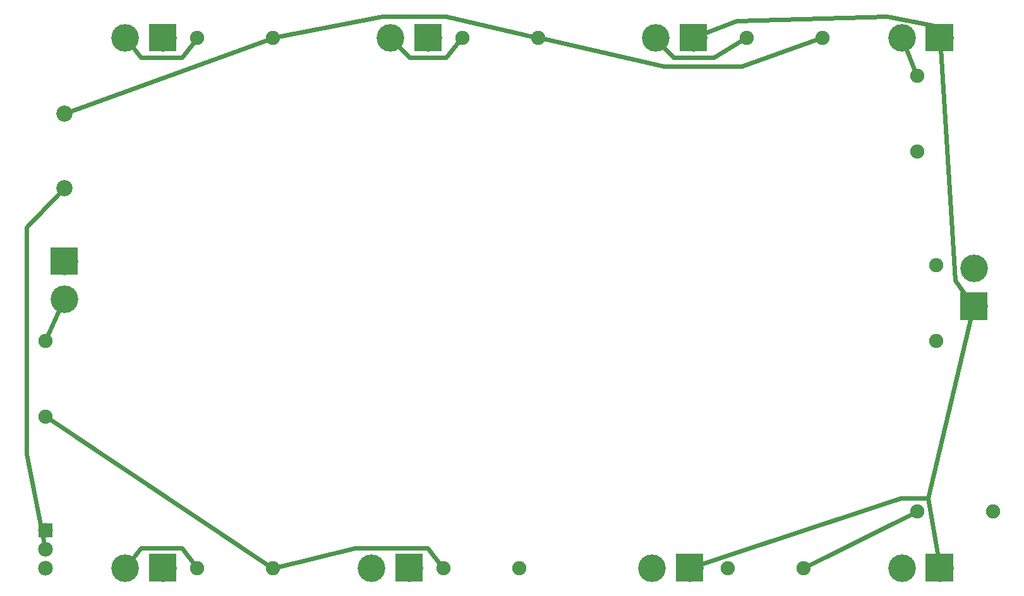
<source format=gtl>
G04 MADE WITH FRITZING*
G04 WWW.FRITZING.ORG*
G04 DOUBLE SIDED*
G04 HOLES PLATED*
G04 CONTOUR ON CENTER OF CONTOUR VECTOR*
%ASAXBY*%
%FSLAX23Y23*%
%MOIN*%
%OFA0B0*%
%SFA1.0B1.0*%
%ADD10C,0.085437*%
%ADD11C,0.145669*%
%ADD12C,0.078000*%
%ADD13C,0.075000*%
%ADD14R,0.078000X0.078000*%
%ADD15C,0.024000*%
%ADD16R,0.001000X0.001000*%
%LNCOPPER1*%
G90*
G70*
G54D10*
X327Y2296D03*
X327Y2689D03*
G54D11*
X4747Y3089D03*
X4947Y3089D03*
X4747Y3089D03*
X4947Y3089D03*
X4747Y3089D03*
X4947Y3089D03*
X3447Y3089D03*
X3647Y3089D03*
X3447Y3089D03*
X3647Y3089D03*
X3447Y3089D03*
X3647Y3089D03*
X2047Y3089D03*
X2247Y3089D03*
X2047Y3089D03*
X2247Y3089D03*
X2047Y3089D03*
X2247Y3089D03*
X647Y3089D03*
X847Y3089D03*
X647Y3089D03*
X847Y3089D03*
X647Y3089D03*
X847Y3089D03*
X327Y1709D03*
X327Y1909D03*
X327Y1709D03*
X327Y1909D03*
X327Y1709D03*
X327Y1909D03*
X647Y289D03*
X847Y289D03*
X647Y289D03*
X847Y289D03*
X647Y289D03*
X847Y289D03*
X1947Y289D03*
X2147Y289D03*
X1947Y289D03*
X2147Y289D03*
X1947Y289D03*
X2147Y289D03*
X3427Y289D03*
X3627Y289D03*
X3427Y289D03*
X3627Y289D03*
X3427Y289D03*
X3627Y289D03*
X4747Y289D03*
X4947Y289D03*
X4747Y289D03*
X4947Y289D03*
X4747Y289D03*
X4947Y289D03*
X5127Y1870D03*
X5127Y1670D03*
X5127Y1870D03*
X5127Y1670D03*
X5127Y1870D03*
X5127Y1670D03*
G54D12*
X227Y489D03*
X227Y389D03*
X227Y289D03*
G54D13*
X1427Y3089D03*
X1027Y3089D03*
X2827Y3089D03*
X2427Y3089D03*
X4327Y3089D03*
X3927Y3089D03*
X4827Y2489D03*
X4827Y2889D03*
X4927Y1489D03*
X4927Y1889D03*
X227Y1089D03*
X227Y1489D03*
X4827Y589D03*
X5227Y589D03*
X4227Y289D03*
X3827Y289D03*
X2327Y289D03*
X2727Y289D03*
X1427Y289D03*
X1027Y289D03*
G54D14*
X227Y489D03*
G54D15*
X4769Y3035D02*
X4816Y2916D01*
D02*
X2087Y3047D02*
X2148Y2985D01*
X2148Y2985D02*
X2340Y2985D01*
X2340Y2985D02*
X2409Y3067D01*
D02*
X684Y3044D02*
X732Y2985D01*
D02*
X732Y2985D02*
X948Y2985D01*
D02*
X948Y2985D02*
X1010Y3066D01*
D02*
X3486Y3046D02*
X3540Y2985D01*
X3540Y2985D02*
X3756Y2985D01*
X3756Y2985D02*
X3903Y3074D01*
D02*
X239Y1515D02*
X303Y1656D01*
D02*
X684Y334D02*
X732Y393D01*
D02*
X732Y393D02*
X948Y393D01*
D02*
X948Y393D02*
X1010Y312D01*
D02*
X4801Y576D02*
X4253Y302D01*
D02*
X2855Y3083D02*
X3492Y2937D01*
X3492Y2937D02*
X3900Y2937D01*
X3900Y2937D02*
X4300Y3080D01*
D02*
X1403Y305D02*
X251Y1073D01*
D02*
X2309Y312D02*
X2244Y393D01*
X2244Y393D02*
X1860Y393D01*
X1860Y393D02*
X1455Y296D01*
D02*
X1455Y3095D02*
X2004Y3201D01*
X2004Y3201D02*
X2340Y3201D01*
X2340Y3201D02*
X2799Y3096D01*
D02*
X370Y2705D02*
X1400Y3079D01*
D02*
X4937Y347D02*
X4884Y657D01*
X4884Y657D02*
X4740Y657D01*
X4740Y657D02*
X3682Y308D01*
D02*
X5113Y1613D02*
X4884Y657D01*
D02*
X4950Y3031D02*
X5028Y1809D01*
X5028Y1809D02*
X5093Y1717D01*
D02*
X3701Y3110D02*
X3876Y3177D01*
X3876Y3177D02*
X4668Y3201D01*
X4668Y3201D02*
X4908Y3153D01*
X4908Y3153D02*
X4916Y3139D01*
D02*
X129Y891D02*
X129Y2089D01*
D02*
X129Y2089D02*
X295Y2262D01*
D02*
X221Y419D02*
X129Y891D01*
G54D16*
X774Y3162D02*
X919Y3162D01*
X2174Y3162D02*
X2318Y3162D01*
X3574Y3162D02*
X3718Y3162D01*
X4873Y3162D02*
X5018Y3162D01*
X774Y3161D02*
X919Y3161D01*
X2174Y3161D02*
X2318Y3161D01*
X3574Y3161D02*
X3718Y3161D01*
X4873Y3161D02*
X5018Y3161D01*
X774Y3160D02*
X919Y3160D01*
X2174Y3160D02*
X2318Y3160D01*
X3574Y3160D02*
X3718Y3160D01*
X4873Y3160D02*
X5018Y3160D01*
X774Y3159D02*
X919Y3159D01*
X2174Y3159D02*
X2318Y3159D01*
X3574Y3159D02*
X3718Y3159D01*
X4873Y3159D02*
X5018Y3159D01*
X774Y3158D02*
X919Y3158D01*
X2174Y3158D02*
X2318Y3158D01*
X3574Y3158D02*
X3718Y3158D01*
X4873Y3158D02*
X5018Y3158D01*
X774Y3157D02*
X919Y3157D01*
X2174Y3157D02*
X2318Y3157D01*
X3574Y3157D02*
X3718Y3157D01*
X4873Y3157D02*
X5018Y3157D01*
X774Y3156D02*
X919Y3156D01*
X2174Y3156D02*
X2318Y3156D01*
X3574Y3156D02*
X3718Y3156D01*
X4873Y3156D02*
X5018Y3156D01*
X774Y3155D02*
X919Y3155D01*
X2174Y3155D02*
X2318Y3155D01*
X3574Y3155D02*
X3718Y3155D01*
X4873Y3155D02*
X5018Y3155D01*
X774Y3154D02*
X919Y3154D01*
X2174Y3154D02*
X2318Y3154D01*
X3574Y3154D02*
X3718Y3154D01*
X4873Y3154D02*
X5018Y3154D01*
X774Y3153D02*
X919Y3153D01*
X2174Y3153D02*
X2318Y3153D01*
X3574Y3153D02*
X3718Y3153D01*
X4873Y3153D02*
X5018Y3153D01*
X774Y3152D02*
X919Y3152D01*
X2174Y3152D02*
X2318Y3152D01*
X3574Y3152D02*
X3718Y3152D01*
X4873Y3152D02*
X5018Y3152D01*
X774Y3151D02*
X919Y3151D01*
X2174Y3151D02*
X2318Y3151D01*
X3574Y3151D02*
X3718Y3151D01*
X4873Y3151D02*
X5018Y3151D01*
X774Y3150D02*
X919Y3150D01*
X2174Y3150D02*
X2318Y3150D01*
X3574Y3150D02*
X3718Y3150D01*
X4873Y3150D02*
X5018Y3150D01*
X774Y3149D02*
X919Y3149D01*
X2174Y3149D02*
X2318Y3149D01*
X3574Y3149D02*
X3718Y3149D01*
X4873Y3149D02*
X5018Y3149D01*
X774Y3148D02*
X919Y3148D01*
X2174Y3148D02*
X2318Y3148D01*
X3574Y3148D02*
X3718Y3148D01*
X4873Y3148D02*
X5018Y3148D01*
X774Y3147D02*
X919Y3147D01*
X2174Y3147D02*
X2318Y3147D01*
X3574Y3147D02*
X3718Y3147D01*
X4873Y3147D02*
X5018Y3147D01*
X774Y3146D02*
X919Y3146D01*
X2174Y3146D02*
X2318Y3146D01*
X3574Y3146D02*
X3718Y3146D01*
X4873Y3146D02*
X5018Y3146D01*
X774Y3145D02*
X919Y3145D01*
X2174Y3145D02*
X2318Y3145D01*
X3574Y3145D02*
X3718Y3145D01*
X4873Y3145D02*
X5018Y3145D01*
X774Y3144D02*
X919Y3144D01*
X2174Y3144D02*
X2318Y3144D01*
X3574Y3144D02*
X3718Y3144D01*
X4873Y3144D02*
X5018Y3144D01*
X774Y3143D02*
X919Y3143D01*
X2174Y3143D02*
X2318Y3143D01*
X3574Y3143D02*
X3718Y3143D01*
X4873Y3143D02*
X5018Y3143D01*
X774Y3142D02*
X919Y3142D01*
X2174Y3142D02*
X2318Y3142D01*
X3574Y3142D02*
X3718Y3142D01*
X4873Y3142D02*
X5018Y3142D01*
X774Y3141D02*
X919Y3141D01*
X2174Y3141D02*
X2318Y3141D01*
X3574Y3141D02*
X3718Y3141D01*
X4873Y3141D02*
X5018Y3141D01*
X774Y3140D02*
X919Y3140D01*
X2174Y3140D02*
X2318Y3140D01*
X3574Y3140D02*
X3718Y3140D01*
X4873Y3140D02*
X5018Y3140D01*
X774Y3139D02*
X919Y3139D01*
X2174Y3139D02*
X2318Y3139D01*
X3574Y3139D02*
X3718Y3139D01*
X4873Y3139D02*
X5018Y3139D01*
X774Y3138D02*
X919Y3138D01*
X2174Y3138D02*
X2318Y3138D01*
X3574Y3138D02*
X3718Y3138D01*
X4873Y3138D02*
X5018Y3138D01*
X774Y3137D02*
X842Y3137D01*
X850Y3137D02*
X919Y3137D01*
X2174Y3137D02*
X2242Y3137D01*
X2250Y3137D02*
X2318Y3137D01*
X3574Y3137D02*
X3642Y3137D01*
X3650Y3137D02*
X3718Y3137D01*
X4873Y3137D02*
X4942Y3137D01*
X4950Y3137D02*
X5018Y3137D01*
X774Y3136D02*
X835Y3136D01*
X857Y3136D02*
X919Y3136D01*
X2174Y3136D02*
X2235Y3136D01*
X2257Y3136D02*
X2318Y3136D01*
X3574Y3136D02*
X3635Y3136D01*
X3657Y3136D02*
X3718Y3136D01*
X4873Y3136D02*
X4935Y3136D01*
X4957Y3136D02*
X5018Y3136D01*
X774Y3135D02*
X831Y3135D01*
X861Y3135D02*
X919Y3135D01*
X2174Y3135D02*
X2231Y3135D01*
X2261Y3135D02*
X2318Y3135D01*
X3574Y3135D02*
X3631Y3135D01*
X3661Y3135D02*
X3718Y3135D01*
X4873Y3135D02*
X4931Y3135D01*
X4961Y3135D02*
X5018Y3135D01*
X774Y3134D02*
X829Y3134D01*
X864Y3134D02*
X919Y3134D01*
X2174Y3134D02*
X2229Y3134D01*
X2264Y3134D02*
X2318Y3134D01*
X3574Y3134D02*
X3628Y3134D01*
X3663Y3134D02*
X3718Y3134D01*
X4873Y3134D02*
X4928Y3134D01*
X4963Y3134D02*
X5018Y3134D01*
X774Y3133D02*
X826Y3133D01*
X866Y3133D02*
X919Y3133D01*
X2174Y3133D02*
X2226Y3133D01*
X2266Y3133D02*
X2318Y3133D01*
X3574Y3133D02*
X3626Y3133D01*
X3666Y3133D02*
X3718Y3133D01*
X4873Y3133D02*
X4926Y3133D01*
X4966Y3133D02*
X5018Y3133D01*
X774Y3132D02*
X824Y3132D01*
X868Y3132D02*
X919Y3132D01*
X2174Y3132D02*
X2224Y3132D01*
X2268Y3132D02*
X2318Y3132D01*
X3574Y3132D02*
X3624Y3132D01*
X3668Y3132D02*
X3718Y3132D01*
X4873Y3132D02*
X4924Y3132D01*
X4968Y3132D02*
X5018Y3132D01*
X774Y3131D02*
X822Y3131D01*
X870Y3131D02*
X919Y3131D01*
X2174Y3131D02*
X2222Y3131D01*
X2270Y3131D02*
X2318Y3131D01*
X3574Y3131D02*
X3622Y3131D01*
X3670Y3131D02*
X3718Y3131D01*
X4873Y3131D02*
X4922Y3131D01*
X4970Y3131D02*
X5018Y3131D01*
X774Y3130D02*
X821Y3130D01*
X872Y3130D02*
X919Y3130D01*
X2174Y3130D02*
X2221Y3130D01*
X2272Y3130D02*
X2318Y3130D01*
X3574Y3130D02*
X3620Y3130D01*
X3671Y3130D02*
X3718Y3130D01*
X4873Y3130D02*
X4920Y3130D01*
X4971Y3130D02*
X5018Y3130D01*
X774Y3129D02*
X819Y3129D01*
X873Y3129D02*
X919Y3129D01*
X2174Y3129D02*
X2219Y3129D01*
X2273Y3129D02*
X2318Y3129D01*
X3574Y3129D02*
X3619Y3129D01*
X3673Y3129D02*
X3718Y3129D01*
X4873Y3129D02*
X4919Y3129D01*
X4973Y3129D02*
X5018Y3129D01*
X774Y3128D02*
X818Y3128D01*
X875Y3128D02*
X919Y3128D01*
X2174Y3128D02*
X2218Y3128D01*
X2274Y3128D02*
X2318Y3128D01*
X3574Y3128D02*
X3618Y3128D01*
X3674Y3128D02*
X3718Y3128D01*
X4873Y3128D02*
X4917Y3128D01*
X4974Y3128D02*
X5018Y3128D01*
X774Y3127D02*
X816Y3127D01*
X876Y3127D02*
X919Y3127D01*
X2174Y3127D02*
X2216Y3127D01*
X2276Y3127D02*
X2318Y3127D01*
X3574Y3127D02*
X3616Y3127D01*
X3676Y3127D02*
X3718Y3127D01*
X4873Y3127D02*
X4916Y3127D01*
X4976Y3127D02*
X5018Y3127D01*
X774Y3126D02*
X815Y3126D01*
X877Y3126D02*
X919Y3126D01*
X2174Y3126D02*
X2215Y3126D01*
X2277Y3126D02*
X2318Y3126D01*
X3574Y3126D02*
X3615Y3126D01*
X3677Y3126D02*
X3718Y3126D01*
X4873Y3126D02*
X4915Y3126D01*
X4977Y3126D02*
X5018Y3126D01*
X774Y3125D02*
X814Y3125D01*
X878Y3125D02*
X919Y3125D01*
X2174Y3125D02*
X2214Y3125D01*
X2278Y3125D02*
X2318Y3125D01*
X3574Y3125D02*
X3614Y3125D01*
X3678Y3125D02*
X3718Y3125D01*
X4873Y3125D02*
X4914Y3125D01*
X4978Y3125D02*
X5018Y3125D01*
X774Y3124D02*
X813Y3124D01*
X879Y3124D02*
X919Y3124D01*
X2174Y3124D02*
X2213Y3124D01*
X2279Y3124D02*
X2318Y3124D01*
X3574Y3124D02*
X3613Y3124D01*
X3679Y3124D02*
X3718Y3124D01*
X4873Y3124D02*
X4913Y3124D01*
X4979Y3124D02*
X5018Y3124D01*
X774Y3123D02*
X812Y3123D01*
X880Y3123D02*
X919Y3123D01*
X2174Y3123D02*
X2212Y3123D01*
X2280Y3123D02*
X2318Y3123D01*
X3574Y3123D02*
X3612Y3123D01*
X3680Y3123D02*
X3718Y3123D01*
X4873Y3123D02*
X4912Y3123D01*
X4980Y3123D02*
X5018Y3123D01*
X774Y3122D02*
X811Y3122D01*
X881Y3122D02*
X919Y3122D01*
X2174Y3122D02*
X2211Y3122D01*
X2281Y3122D02*
X2318Y3122D01*
X3574Y3122D02*
X3611Y3122D01*
X3681Y3122D02*
X3718Y3122D01*
X4873Y3122D02*
X4911Y3122D01*
X4981Y3122D02*
X5018Y3122D01*
X774Y3121D02*
X810Y3121D01*
X882Y3121D02*
X919Y3121D01*
X2174Y3121D02*
X2210Y3121D01*
X2282Y3121D02*
X2318Y3121D01*
X3574Y3121D02*
X3610Y3121D01*
X3682Y3121D02*
X3718Y3121D01*
X4873Y3121D02*
X4910Y3121D01*
X4982Y3121D02*
X5018Y3121D01*
X774Y3120D02*
X809Y3120D01*
X883Y3120D02*
X919Y3120D01*
X2174Y3120D02*
X2209Y3120D01*
X2283Y3120D02*
X2318Y3120D01*
X3574Y3120D02*
X3609Y3120D01*
X3683Y3120D02*
X3718Y3120D01*
X4873Y3120D02*
X4909Y3120D01*
X4983Y3120D02*
X5018Y3120D01*
X774Y3119D02*
X808Y3119D01*
X884Y3119D02*
X919Y3119D01*
X2174Y3119D02*
X2208Y3119D01*
X2284Y3119D02*
X2318Y3119D01*
X3574Y3119D02*
X3608Y3119D01*
X3684Y3119D02*
X3718Y3119D01*
X4873Y3119D02*
X4908Y3119D01*
X4984Y3119D02*
X5018Y3119D01*
X774Y3118D02*
X808Y3118D01*
X885Y3118D02*
X919Y3118D01*
X2174Y3118D02*
X2208Y3118D01*
X2285Y3118D02*
X2318Y3118D01*
X3574Y3118D02*
X3607Y3118D01*
X3684Y3118D02*
X3718Y3118D01*
X4873Y3118D02*
X4907Y3118D01*
X4984Y3118D02*
X5018Y3118D01*
X774Y3117D02*
X807Y3117D01*
X885Y3117D02*
X919Y3117D01*
X2174Y3117D02*
X2207Y3117D01*
X2285Y3117D02*
X2318Y3117D01*
X3574Y3117D02*
X3607Y3117D01*
X3685Y3117D02*
X3718Y3117D01*
X4873Y3117D02*
X4907Y3117D01*
X4985Y3117D02*
X5018Y3117D01*
X774Y3116D02*
X806Y3116D01*
X886Y3116D02*
X919Y3116D01*
X2174Y3116D02*
X2206Y3116D01*
X2286Y3116D02*
X2318Y3116D01*
X3574Y3116D02*
X3606Y3116D01*
X3686Y3116D02*
X3718Y3116D01*
X4873Y3116D02*
X4906Y3116D01*
X4986Y3116D02*
X5018Y3116D01*
X774Y3115D02*
X806Y3115D01*
X887Y3115D02*
X919Y3115D01*
X2174Y3115D02*
X2206Y3115D01*
X2287Y3115D02*
X2318Y3115D01*
X3574Y3115D02*
X3605Y3115D01*
X3686Y3115D02*
X3718Y3115D01*
X4873Y3115D02*
X4905Y3115D01*
X4986Y3115D02*
X5018Y3115D01*
X774Y3114D02*
X805Y3114D01*
X887Y3114D02*
X919Y3114D01*
X2174Y3114D02*
X2205Y3114D01*
X2287Y3114D02*
X2318Y3114D01*
X3574Y3114D02*
X3605Y3114D01*
X3687Y3114D02*
X3718Y3114D01*
X4873Y3114D02*
X4905Y3114D01*
X4987Y3114D02*
X5018Y3114D01*
X774Y3113D02*
X804Y3113D01*
X888Y3113D02*
X919Y3113D01*
X2174Y3113D02*
X2204Y3113D01*
X2288Y3113D02*
X2318Y3113D01*
X3574Y3113D02*
X3604Y3113D01*
X3688Y3113D02*
X3718Y3113D01*
X4873Y3113D02*
X4904Y3113D01*
X4988Y3113D02*
X5018Y3113D01*
X774Y3112D02*
X804Y3112D01*
X888Y3112D02*
X919Y3112D01*
X2174Y3112D02*
X2204Y3112D01*
X2288Y3112D02*
X2318Y3112D01*
X3574Y3112D02*
X3604Y3112D01*
X3688Y3112D02*
X3718Y3112D01*
X4873Y3112D02*
X4904Y3112D01*
X4988Y3112D02*
X5018Y3112D01*
X774Y3111D02*
X803Y3111D01*
X889Y3111D02*
X919Y3111D01*
X2174Y3111D02*
X2203Y3111D01*
X2289Y3111D02*
X2318Y3111D01*
X3574Y3111D02*
X3603Y3111D01*
X3689Y3111D02*
X3718Y3111D01*
X4873Y3111D02*
X4903Y3111D01*
X4989Y3111D02*
X5018Y3111D01*
X774Y3110D02*
X803Y3110D01*
X889Y3110D02*
X919Y3110D01*
X2174Y3110D02*
X2203Y3110D01*
X2289Y3110D02*
X2318Y3110D01*
X3574Y3110D02*
X3603Y3110D01*
X3689Y3110D02*
X3718Y3110D01*
X4873Y3110D02*
X4903Y3110D01*
X4989Y3110D02*
X5018Y3110D01*
X774Y3109D02*
X802Y3109D01*
X890Y3109D02*
X919Y3109D01*
X2174Y3109D02*
X2202Y3109D01*
X2290Y3109D02*
X2318Y3109D01*
X3574Y3109D02*
X3602Y3109D01*
X3690Y3109D02*
X3718Y3109D01*
X4873Y3109D02*
X4902Y3109D01*
X4990Y3109D02*
X5018Y3109D01*
X774Y3108D02*
X802Y3108D01*
X890Y3108D02*
X919Y3108D01*
X2174Y3108D02*
X2202Y3108D01*
X2290Y3108D02*
X2318Y3108D01*
X3574Y3108D02*
X3602Y3108D01*
X3690Y3108D02*
X3718Y3108D01*
X4873Y3108D02*
X4902Y3108D01*
X4990Y3108D02*
X5018Y3108D01*
X774Y3107D02*
X802Y3107D01*
X891Y3107D02*
X919Y3107D01*
X2174Y3107D02*
X2202Y3107D01*
X2291Y3107D02*
X2318Y3107D01*
X3574Y3107D02*
X3601Y3107D01*
X3690Y3107D02*
X3718Y3107D01*
X4873Y3107D02*
X4901Y3107D01*
X4990Y3107D02*
X5018Y3107D01*
X774Y3106D02*
X801Y3106D01*
X891Y3106D02*
X919Y3106D01*
X2174Y3106D02*
X2201Y3106D01*
X2291Y3106D02*
X2318Y3106D01*
X3574Y3106D02*
X3601Y3106D01*
X3691Y3106D02*
X3718Y3106D01*
X4873Y3106D02*
X4901Y3106D01*
X4991Y3106D02*
X5018Y3106D01*
X774Y3105D02*
X801Y3105D01*
X891Y3105D02*
X919Y3105D01*
X2174Y3105D02*
X2201Y3105D01*
X2291Y3105D02*
X2318Y3105D01*
X3574Y3105D02*
X3601Y3105D01*
X3691Y3105D02*
X3718Y3105D01*
X4873Y3105D02*
X4901Y3105D01*
X4991Y3105D02*
X5018Y3105D01*
X774Y3104D02*
X801Y3104D01*
X892Y3104D02*
X919Y3104D01*
X2174Y3104D02*
X2200Y3104D01*
X2292Y3104D02*
X2318Y3104D01*
X3574Y3104D02*
X3600Y3104D01*
X3692Y3104D02*
X3718Y3104D01*
X4873Y3104D02*
X4900Y3104D01*
X4991Y3104D02*
X5018Y3104D01*
X774Y3103D02*
X800Y3103D01*
X892Y3103D02*
X919Y3103D01*
X2174Y3103D02*
X2200Y3103D01*
X2292Y3103D02*
X2318Y3103D01*
X3574Y3103D02*
X3600Y3103D01*
X3692Y3103D02*
X3718Y3103D01*
X4873Y3103D02*
X4900Y3103D01*
X4992Y3103D02*
X5018Y3103D01*
X774Y3102D02*
X800Y3102D01*
X892Y3102D02*
X919Y3102D01*
X2174Y3102D02*
X2200Y3102D01*
X2292Y3102D02*
X2318Y3102D01*
X3574Y3102D02*
X3600Y3102D01*
X3692Y3102D02*
X3718Y3102D01*
X4873Y3102D02*
X4900Y3102D01*
X4992Y3102D02*
X5018Y3102D01*
X774Y3101D02*
X800Y3101D01*
X893Y3101D02*
X919Y3101D01*
X2174Y3101D02*
X2200Y3101D01*
X2292Y3101D02*
X2318Y3101D01*
X3574Y3101D02*
X3600Y3101D01*
X3692Y3101D02*
X3718Y3101D01*
X4873Y3101D02*
X4899Y3101D01*
X4992Y3101D02*
X5018Y3101D01*
X774Y3100D02*
X800Y3100D01*
X893Y3100D02*
X919Y3100D01*
X2174Y3100D02*
X2199Y3100D01*
X2293Y3100D02*
X2318Y3100D01*
X3574Y3100D02*
X3599Y3100D01*
X3693Y3100D02*
X3718Y3100D01*
X4873Y3100D02*
X4899Y3100D01*
X4992Y3100D02*
X5018Y3100D01*
X774Y3099D02*
X799Y3099D01*
X893Y3099D02*
X919Y3099D01*
X2174Y3099D02*
X2199Y3099D01*
X2293Y3099D02*
X2318Y3099D01*
X3574Y3099D02*
X3599Y3099D01*
X3693Y3099D02*
X3718Y3099D01*
X4873Y3099D02*
X4899Y3099D01*
X4993Y3099D02*
X5018Y3099D01*
X774Y3098D02*
X799Y3098D01*
X893Y3098D02*
X919Y3098D01*
X2174Y3098D02*
X2199Y3098D01*
X2293Y3098D02*
X2318Y3098D01*
X3574Y3098D02*
X3599Y3098D01*
X3693Y3098D02*
X3718Y3098D01*
X4873Y3098D02*
X4899Y3098D01*
X4993Y3098D02*
X5018Y3098D01*
X774Y3097D02*
X799Y3097D01*
X893Y3097D02*
X919Y3097D01*
X2174Y3097D02*
X2199Y3097D01*
X2293Y3097D02*
X2318Y3097D01*
X3574Y3097D02*
X3599Y3097D01*
X3693Y3097D02*
X3718Y3097D01*
X4873Y3097D02*
X4899Y3097D01*
X4993Y3097D02*
X5018Y3097D01*
X774Y3096D02*
X799Y3096D01*
X893Y3096D02*
X919Y3096D01*
X2174Y3096D02*
X2199Y3096D01*
X2293Y3096D02*
X2318Y3096D01*
X3574Y3096D02*
X3599Y3096D01*
X3693Y3096D02*
X3718Y3096D01*
X4873Y3096D02*
X4898Y3096D01*
X4993Y3096D02*
X5018Y3096D01*
X774Y3095D02*
X799Y3095D01*
X894Y3095D02*
X919Y3095D01*
X2174Y3095D02*
X2199Y3095D01*
X2294Y3095D02*
X2318Y3095D01*
X3574Y3095D02*
X3598Y3095D01*
X3693Y3095D02*
X3718Y3095D01*
X4873Y3095D02*
X4898Y3095D01*
X4993Y3095D02*
X5018Y3095D01*
X774Y3094D02*
X799Y3094D01*
X894Y3094D02*
X919Y3094D01*
X2174Y3094D02*
X2199Y3094D01*
X2294Y3094D02*
X2318Y3094D01*
X3574Y3094D02*
X3598Y3094D01*
X3693Y3094D02*
X3718Y3094D01*
X4873Y3094D02*
X4898Y3094D01*
X4993Y3094D02*
X5018Y3094D01*
X774Y3093D02*
X799Y3093D01*
X894Y3093D02*
X919Y3093D01*
X2174Y3093D02*
X2198Y3093D01*
X2294Y3093D02*
X2318Y3093D01*
X3574Y3093D02*
X3598Y3093D01*
X3694Y3093D02*
X3718Y3093D01*
X4873Y3093D02*
X4898Y3093D01*
X4993Y3093D02*
X5018Y3093D01*
X774Y3092D02*
X799Y3092D01*
X894Y3092D02*
X919Y3092D01*
X2174Y3092D02*
X2198Y3092D01*
X2294Y3092D02*
X2318Y3092D01*
X3574Y3092D02*
X3598Y3092D01*
X3694Y3092D02*
X3718Y3092D01*
X4873Y3092D02*
X4898Y3092D01*
X4993Y3092D02*
X5018Y3092D01*
X774Y3091D02*
X798Y3091D01*
X894Y3091D02*
X919Y3091D01*
X2174Y3091D02*
X2198Y3091D01*
X2294Y3091D02*
X2318Y3091D01*
X3574Y3091D02*
X3598Y3091D01*
X3694Y3091D02*
X3718Y3091D01*
X4873Y3091D02*
X4898Y3091D01*
X4993Y3091D02*
X5018Y3091D01*
X774Y3090D02*
X798Y3090D01*
X894Y3090D02*
X919Y3090D01*
X2174Y3090D02*
X2198Y3090D01*
X2294Y3090D02*
X2318Y3090D01*
X3574Y3090D02*
X3598Y3090D01*
X3694Y3090D02*
X3718Y3090D01*
X4873Y3090D02*
X4898Y3090D01*
X4994Y3090D02*
X5018Y3090D01*
X774Y3089D02*
X798Y3089D01*
X894Y3089D02*
X919Y3089D01*
X2174Y3089D02*
X2198Y3089D01*
X2294Y3089D02*
X2318Y3089D01*
X3574Y3089D02*
X3598Y3089D01*
X3694Y3089D02*
X3718Y3089D01*
X4873Y3089D02*
X4898Y3089D01*
X4993Y3089D02*
X5018Y3089D01*
X774Y3088D02*
X799Y3088D01*
X894Y3088D02*
X919Y3088D01*
X2174Y3088D02*
X2198Y3088D01*
X2294Y3088D02*
X2318Y3088D01*
X3574Y3088D02*
X3598Y3088D01*
X3694Y3088D02*
X3718Y3088D01*
X4873Y3088D02*
X4898Y3088D01*
X4993Y3088D02*
X5018Y3088D01*
X774Y3087D02*
X799Y3087D01*
X894Y3087D02*
X919Y3087D01*
X2174Y3087D02*
X2198Y3087D01*
X2294Y3087D02*
X2318Y3087D01*
X3574Y3087D02*
X3598Y3087D01*
X3694Y3087D02*
X3718Y3087D01*
X4873Y3087D02*
X4898Y3087D01*
X4993Y3087D02*
X5018Y3087D01*
X774Y3086D02*
X799Y3086D01*
X894Y3086D02*
X919Y3086D01*
X2174Y3086D02*
X2199Y3086D01*
X2294Y3086D02*
X2318Y3086D01*
X3574Y3086D02*
X3598Y3086D01*
X3693Y3086D02*
X3718Y3086D01*
X4873Y3086D02*
X4898Y3086D01*
X4993Y3086D02*
X5018Y3086D01*
X774Y3085D02*
X799Y3085D01*
X894Y3085D02*
X919Y3085D01*
X2174Y3085D02*
X2199Y3085D01*
X2294Y3085D02*
X2318Y3085D01*
X3574Y3085D02*
X3598Y3085D01*
X3693Y3085D02*
X3718Y3085D01*
X4873Y3085D02*
X4898Y3085D01*
X4993Y3085D02*
X5018Y3085D01*
X774Y3084D02*
X799Y3084D01*
X894Y3084D02*
X919Y3084D01*
X2174Y3084D02*
X2199Y3084D01*
X2293Y3084D02*
X2318Y3084D01*
X3574Y3084D02*
X3599Y3084D01*
X3693Y3084D02*
X3718Y3084D01*
X4873Y3084D02*
X4898Y3084D01*
X4993Y3084D02*
X5018Y3084D01*
X774Y3083D02*
X799Y3083D01*
X893Y3083D02*
X919Y3083D01*
X2174Y3083D02*
X2199Y3083D01*
X2293Y3083D02*
X2318Y3083D01*
X3574Y3083D02*
X3599Y3083D01*
X3693Y3083D02*
X3718Y3083D01*
X4873Y3083D02*
X4899Y3083D01*
X4993Y3083D02*
X5018Y3083D01*
X774Y3082D02*
X799Y3082D01*
X893Y3082D02*
X919Y3082D01*
X2174Y3082D02*
X2199Y3082D01*
X2293Y3082D02*
X2318Y3082D01*
X3574Y3082D02*
X3599Y3082D01*
X3693Y3082D02*
X3718Y3082D01*
X4873Y3082D02*
X4899Y3082D01*
X4993Y3082D02*
X5018Y3082D01*
X774Y3081D02*
X799Y3081D01*
X893Y3081D02*
X919Y3081D01*
X2174Y3081D02*
X2199Y3081D01*
X2293Y3081D02*
X2318Y3081D01*
X3574Y3081D02*
X3599Y3081D01*
X3693Y3081D02*
X3718Y3081D01*
X4873Y3081D02*
X4899Y3081D01*
X4993Y3081D02*
X5018Y3081D01*
X774Y3080D02*
X800Y3080D01*
X893Y3080D02*
X919Y3080D01*
X2174Y3080D02*
X2199Y3080D01*
X2293Y3080D02*
X2318Y3080D01*
X3574Y3080D02*
X3599Y3080D01*
X3693Y3080D02*
X3718Y3080D01*
X4873Y3080D02*
X4899Y3080D01*
X4992Y3080D02*
X5018Y3080D01*
X774Y3079D02*
X800Y3079D01*
X893Y3079D02*
X919Y3079D01*
X2174Y3079D02*
X2200Y3079D01*
X2292Y3079D02*
X2318Y3079D01*
X3574Y3079D02*
X3600Y3079D01*
X3692Y3079D02*
X3718Y3079D01*
X4873Y3079D02*
X4899Y3079D01*
X4992Y3079D02*
X5018Y3079D01*
X774Y3078D02*
X800Y3078D01*
X892Y3078D02*
X919Y3078D01*
X2174Y3078D02*
X2200Y3078D01*
X2292Y3078D02*
X2318Y3078D01*
X3574Y3078D02*
X3600Y3078D01*
X3692Y3078D02*
X3718Y3078D01*
X4873Y3078D02*
X4900Y3078D01*
X4992Y3078D02*
X5018Y3078D01*
X774Y3077D02*
X800Y3077D01*
X892Y3077D02*
X919Y3077D01*
X2174Y3077D02*
X2200Y3077D01*
X2292Y3077D02*
X2318Y3077D01*
X3574Y3077D02*
X3600Y3077D01*
X3692Y3077D02*
X3718Y3077D01*
X4873Y3077D02*
X4900Y3077D01*
X4992Y3077D02*
X5018Y3077D01*
X774Y3076D02*
X801Y3076D01*
X892Y3076D02*
X919Y3076D01*
X2174Y3076D02*
X2200Y3076D01*
X2292Y3076D02*
X2318Y3076D01*
X3574Y3076D02*
X3600Y3076D01*
X3692Y3076D02*
X3718Y3076D01*
X4873Y3076D02*
X4900Y3076D01*
X4991Y3076D02*
X5018Y3076D01*
X774Y3075D02*
X801Y3075D01*
X891Y3075D02*
X919Y3075D01*
X2174Y3075D02*
X2201Y3075D01*
X2291Y3075D02*
X2318Y3075D01*
X3574Y3075D02*
X3601Y3075D01*
X3691Y3075D02*
X3718Y3075D01*
X4873Y3075D02*
X4901Y3075D01*
X4991Y3075D02*
X5018Y3075D01*
X774Y3074D02*
X801Y3074D01*
X891Y3074D02*
X919Y3074D01*
X2174Y3074D02*
X2201Y3074D01*
X2291Y3074D02*
X2318Y3074D01*
X3574Y3074D02*
X3601Y3074D01*
X3691Y3074D02*
X3718Y3074D01*
X4873Y3074D02*
X4901Y3074D01*
X4991Y3074D02*
X5018Y3074D01*
X774Y3073D02*
X802Y3073D01*
X891Y3073D02*
X919Y3073D01*
X2174Y3073D02*
X2202Y3073D01*
X2291Y3073D02*
X2318Y3073D01*
X3574Y3073D02*
X3601Y3073D01*
X3690Y3073D02*
X3718Y3073D01*
X4873Y3073D02*
X4901Y3073D01*
X4990Y3073D02*
X5018Y3073D01*
X774Y3072D02*
X802Y3072D01*
X890Y3072D02*
X919Y3072D01*
X2174Y3072D02*
X2202Y3072D01*
X2290Y3072D02*
X2318Y3072D01*
X3574Y3072D02*
X3602Y3072D01*
X3690Y3072D02*
X3718Y3072D01*
X4873Y3072D02*
X4902Y3072D01*
X4990Y3072D02*
X5018Y3072D01*
X774Y3071D02*
X802Y3071D01*
X890Y3071D02*
X919Y3071D01*
X2174Y3071D02*
X2202Y3071D01*
X2290Y3071D02*
X2318Y3071D01*
X3574Y3071D02*
X3602Y3071D01*
X3690Y3071D02*
X3718Y3071D01*
X4873Y3071D02*
X4902Y3071D01*
X4990Y3071D02*
X5018Y3071D01*
X774Y3070D02*
X803Y3070D01*
X889Y3070D02*
X919Y3070D01*
X2174Y3070D02*
X2203Y3070D01*
X2289Y3070D02*
X2318Y3070D01*
X3574Y3070D02*
X3603Y3070D01*
X3689Y3070D02*
X3718Y3070D01*
X4873Y3070D02*
X4903Y3070D01*
X4989Y3070D02*
X5018Y3070D01*
X774Y3069D02*
X803Y3069D01*
X889Y3069D02*
X919Y3069D01*
X2174Y3069D02*
X2203Y3069D01*
X2289Y3069D02*
X2318Y3069D01*
X3574Y3069D02*
X3603Y3069D01*
X3689Y3069D02*
X3718Y3069D01*
X4873Y3069D02*
X4903Y3069D01*
X4989Y3069D02*
X5018Y3069D01*
X774Y3068D02*
X804Y3068D01*
X888Y3068D02*
X919Y3068D01*
X2174Y3068D02*
X2204Y3068D01*
X2288Y3068D02*
X2318Y3068D01*
X3574Y3068D02*
X3604Y3068D01*
X3688Y3068D02*
X3718Y3068D01*
X4873Y3068D02*
X4904Y3068D01*
X4988Y3068D02*
X5018Y3068D01*
X774Y3067D02*
X804Y3067D01*
X888Y3067D02*
X919Y3067D01*
X2174Y3067D02*
X2204Y3067D01*
X2288Y3067D02*
X2318Y3067D01*
X3574Y3067D02*
X3604Y3067D01*
X3688Y3067D02*
X3718Y3067D01*
X4873Y3067D02*
X4904Y3067D01*
X4988Y3067D02*
X5018Y3067D01*
X774Y3066D02*
X805Y3066D01*
X887Y3066D02*
X919Y3066D01*
X2174Y3066D02*
X2205Y3066D01*
X2287Y3066D02*
X2318Y3066D01*
X3574Y3066D02*
X3605Y3066D01*
X3687Y3066D02*
X3718Y3066D01*
X4873Y3066D02*
X4905Y3066D01*
X4987Y3066D02*
X5018Y3066D01*
X774Y3065D02*
X806Y3065D01*
X887Y3065D02*
X919Y3065D01*
X2174Y3065D02*
X2206Y3065D01*
X2287Y3065D02*
X2318Y3065D01*
X3574Y3065D02*
X3605Y3065D01*
X3686Y3065D02*
X3718Y3065D01*
X4873Y3065D02*
X4905Y3065D01*
X4986Y3065D02*
X5018Y3065D01*
X774Y3064D02*
X806Y3064D01*
X886Y3064D02*
X919Y3064D01*
X2174Y3064D02*
X2206Y3064D01*
X2286Y3064D02*
X2318Y3064D01*
X3574Y3064D02*
X3606Y3064D01*
X3686Y3064D02*
X3718Y3064D01*
X4873Y3064D02*
X4906Y3064D01*
X4986Y3064D02*
X5018Y3064D01*
X774Y3063D02*
X807Y3063D01*
X885Y3063D02*
X919Y3063D01*
X2174Y3063D02*
X2207Y3063D01*
X2285Y3063D02*
X2318Y3063D01*
X3574Y3063D02*
X3607Y3063D01*
X3685Y3063D02*
X3718Y3063D01*
X4873Y3063D02*
X4907Y3063D01*
X4985Y3063D02*
X5018Y3063D01*
X774Y3062D02*
X808Y3062D01*
X885Y3062D02*
X919Y3062D01*
X2174Y3062D02*
X2208Y3062D01*
X2285Y3062D02*
X2318Y3062D01*
X3574Y3062D02*
X3607Y3062D01*
X3684Y3062D02*
X3718Y3062D01*
X4873Y3062D02*
X4907Y3062D01*
X4984Y3062D02*
X5018Y3062D01*
X774Y3061D02*
X808Y3061D01*
X884Y3061D02*
X919Y3061D01*
X2174Y3061D02*
X2208Y3061D01*
X2284Y3061D02*
X2318Y3061D01*
X3574Y3061D02*
X3608Y3061D01*
X3684Y3061D02*
X3718Y3061D01*
X4873Y3061D02*
X4908Y3061D01*
X4984Y3061D02*
X5018Y3061D01*
X774Y3060D02*
X809Y3060D01*
X883Y3060D02*
X919Y3060D01*
X2174Y3060D02*
X2209Y3060D01*
X2283Y3060D02*
X2318Y3060D01*
X3574Y3060D02*
X3609Y3060D01*
X3683Y3060D02*
X3718Y3060D01*
X4873Y3060D02*
X4909Y3060D01*
X4983Y3060D02*
X5018Y3060D01*
X774Y3059D02*
X810Y3059D01*
X882Y3059D02*
X919Y3059D01*
X2174Y3059D02*
X2210Y3059D01*
X2282Y3059D02*
X2318Y3059D01*
X3574Y3059D02*
X3610Y3059D01*
X3682Y3059D02*
X3718Y3059D01*
X4873Y3059D02*
X4910Y3059D01*
X4982Y3059D02*
X5018Y3059D01*
X774Y3058D02*
X811Y3058D01*
X881Y3058D02*
X919Y3058D01*
X2174Y3058D02*
X2211Y3058D01*
X2281Y3058D02*
X2318Y3058D01*
X3574Y3058D02*
X3611Y3058D01*
X3681Y3058D02*
X3718Y3058D01*
X4873Y3058D02*
X4911Y3058D01*
X4981Y3058D02*
X5018Y3058D01*
X774Y3057D02*
X812Y3057D01*
X880Y3057D02*
X919Y3057D01*
X2174Y3057D02*
X2212Y3057D01*
X2280Y3057D02*
X2318Y3057D01*
X3574Y3057D02*
X3612Y3057D01*
X3680Y3057D02*
X3718Y3057D01*
X4873Y3057D02*
X4912Y3057D01*
X4980Y3057D02*
X5018Y3057D01*
X774Y3056D02*
X813Y3056D01*
X879Y3056D02*
X919Y3056D01*
X2174Y3056D02*
X2213Y3056D01*
X2279Y3056D02*
X2318Y3056D01*
X3574Y3056D02*
X3613Y3056D01*
X3679Y3056D02*
X3718Y3056D01*
X4873Y3056D02*
X4913Y3056D01*
X4979Y3056D02*
X5018Y3056D01*
X774Y3055D02*
X814Y3055D01*
X878Y3055D02*
X919Y3055D01*
X2174Y3055D02*
X2214Y3055D01*
X2278Y3055D02*
X2318Y3055D01*
X3574Y3055D02*
X3614Y3055D01*
X3678Y3055D02*
X3718Y3055D01*
X4873Y3055D02*
X4914Y3055D01*
X4978Y3055D02*
X5018Y3055D01*
X774Y3054D02*
X815Y3054D01*
X877Y3054D02*
X919Y3054D01*
X2174Y3054D02*
X2215Y3054D01*
X2277Y3054D02*
X2318Y3054D01*
X3574Y3054D02*
X3615Y3054D01*
X3677Y3054D02*
X3718Y3054D01*
X4873Y3054D02*
X4915Y3054D01*
X4977Y3054D02*
X5018Y3054D01*
X774Y3053D02*
X816Y3053D01*
X876Y3053D02*
X919Y3053D01*
X2174Y3053D02*
X2216Y3053D01*
X2276Y3053D02*
X2318Y3053D01*
X3574Y3053D02*
X3616Y3053D01*
X3676Y3053D02*
X3718Y3053D01*
X4873Y3053D02*
X4916Y3053D01*
X4976Y3053D02*
X5018Y3053D01*
X774Y3052D02*
X818Y3052D01*
X875Y3052D02*
X919Y3052D01*
X2174Y3052D02*
X2218Y3052D01*
X2275Y3052D02*
X2318Y3052D01*
X3574Y3052D02*
X3617Y3052D01*
X3674Y3052D02*
X3718Y3052D01*
X4873Y3052D02*
X4917Y3052D01*
X4974Y3052D02*
X5018Y3052D01*
X774Y3051D02*
X819Y3051D01*
X873Y3051D02*
X919Y3051D01*
X2174Y3051D02*
X2219Y3051D01*
X2273Y3051D02*
X2318Y3051D01*
X3574Y3051D02*
X3619Y3051D01*
X3673Y3051D02*
X3718Y3051D01*
X4873Y3051D02*
X4919Y3051D01*
X4973Y3051D02*
X5018Y3051D01*
X774Y3050D02*
X821Y3050D01*
X872Y3050D02*
X919Y3050D01*
X2174Y3050D02*
X2220Y3050D01*
X2272Y3050D02*
X2318Y3050D01*
X3574Y3050D02*
X3620Y3050D01*
X3672Y3050D02*
X3718Y3050D01*
X4873Y3050D02*
X4920Y3050D01*
X4971Y3050D02*
X5018Y3050D01*
X774Y3049D02*
X822Y3049D01*
X870Y3049D02*
X919Y3049D01*
X2174Y3049D02*
X2222Y3049D01*
X2270Y3049D02*
X2318Y3049D01*
X3574Y3049D02*
X3622Y3049D01*
X3670Y3049D02*
X3718Y3049D01*
X4873Y3049D02*
X4922Y3049D01*
X4970Y3049D02*
X5018Y3049D01*
X774Y3048D02*
X824Y3048D01*
X868Y3048D02*
X919Y3048D01*
X2174Y3048D02*
X2224Y3048D01*
X2268Y3048D02*
X2318Y3048D01*
X3574Y3048D02*
X3624Y3048D01*
X3668Y3048D02*
X3718Y3048D01*
X4873Y3048D02*
X4924Y3048D01*
X4968Y3048D02*
X5018Y3048D01*
X774Y3047D02*
X826Y3047D01*
X866Y3047D02*
X919Y3047D01*
X2174Y3047D02*
X2226Y3047D01*
X2266Y3047D02*
X2318Y3047D01*
X3574Y3047D02*
X3626Y3047D01*
X3666Y3047D02*
X3718Y3047D01*
X4873Y3047D02*
X4926Y3047D01*
X4966Y3047D02*
X5018Y3047D01*
X774Y3046D02*
X828Y3046D01*
X864Y3046D02*
X919Y3046D01*
X2174Y3046D02*
X2228Y3046D01*
X2264Y3046D02*
X2318Y3046D01*
X3574Y3046D02*
X3628Y3046D01*
X3664Y3046D02*
X3718Y3046D01*
X4873Y3046D02*
X4928Y3046D01*
X4963Y3046D02*
X5018Y3046D01*
X774Y3045D02*
X831Y3045D01*
X861Y3045D02*
X919Y3045D01*
X2174Y3045D02*
X2231Y3045D01*
X2261Y3045D02*
X2318Y3045D01*
X3574Y3045D02*
X3631Y3045D01*
X3661Y3045D02*
X3718Y3045D01*
X4873Y3045D02*
X4931Y3045D01*
X4961Y3045D02*
X5018Y3045D01*
X774Y3044D02*
X835Y3044D01*
X857Y3044D02*
X919Y3044D01*
X2174Y3044D02*
X2235Y3044D01*
X2257Y3044D02*
X2318Y3044D01*
X3574Y3044D02*
X3635Y3044D01*
X3657Y3044D02*
X3718Y3044D01*
X4873Y3044D02*
X4935Y3044D01*
X4957Y3044D02*
X5018Y3044D01*
X774Y3043D02*
X841Y3043D01*
X852Y3043D02*
X919Y3043D01*
X2174Y3043D02*
X2241Y3043D01*
X2252Y3043D02*
X2318Y3043D01*
X3574Y3043D02*
X3640Y3043D01*
X3651Y3043D02*
X3718Y3043D01*
X4873Y3043D02*
X4940Y3043D01*
X4951Y3043D02*
X5018Y3043D01*
X774Y3042D02*
X919Y3042D01*
X2174Y3042D02*
X2318Y3042D01*
X3574Y3042D02*
X3718Y3042D01*
X4873Y3042D02*
X5018Y3042D01*
X774Y3041D02*
X919Y3041D01*
X2174Y3041D02*
X2318Y3041D01*
X3574Y3041D02*
X3718Y3041D01*
X4873Y3041D02*
X5018Y3041D01*
X774Y3040D02*
X919Y3040D01*
X2174Y3040D02*
X2318Y3040D01*
X3574Y3040D02*
X3718Y3040D01*
X4873Y3040D02*
X5018Y3040D01*
X774Y3039D02*
X919Y3039D01*
X2174Y3039D02*
X2318Y3039D01*
X3574Y3039D02*
X3718Y3039D01*
X4873Y3039D02*
X5018Y3039D01*
X774Y3038D02*
X919Y3038D01*
X2174Y3038D02*
X2318Y3038D01*
X3574Y3038D02*
X3718Y3038D01*
X4873Y3038D02*
X5018Y3038D01*
X774Y3037D02*
X919Y3037D01*
X2174Y3037D02*
X2318Y3037D01*
X3574Y3037D02*
X3718Y3037D01*
X4873Y3037D02*
X5018Y3037D01*
X774Y3036D02*
X919Y3036D01*
X2174Y3036D02*
X2318Y3036D01*
X3574Y3036D02*
X3718Y3036D01*
X4873Y3036D02*
X5018Y3036D01*
X774Y3035D02*
X919Y3035D01*
X2174Y3035D02*
X2318Y3035D01*
X3574Y3035D02*
X3718Y3035D01*
X4873Y3035D02*
X5018Y3035D01*
X774Y3034D02*
X919Y3034D01*
X2174Y3034D02*
X2318Y3034D01*
X3574Y3034D02*
X3718Y3034D01*
X4873Y3034D02*
X5018Y3034D01*
X774Y3033D02*
X919Y3033D01*
X2174Y3033D02*
X2318Y3033D01*
X3574Y3033D02*
X3718Y3033D01*
X4873Y3033D02*
X5018Y3033D01*
X774Y3032D02*
X919Y3032D01*
X2174Y3032D02*
X2318Y3032D01*
X3574Y3032D02*
X3718Y3032D01*
X4873Y3032D02*
X5018Y3032D01*
X774Y3031D02*
X919Y3031D01*
X2174Y3031D02*
X2318Y3031D01*
X3574Y3031D02*
X3718Y3031D01*
X4873Y3031D02*
X5018Y3031D01*
X774Y3030D02*
X919Y3030D01*
X2174Y3030D02*
X2318Y3030D01*
X3574Y3030D02*
X3718Y3030D01*
X4873Y3030D02*
X5018Y3030D01*
X774Y3029D02*
X919Y3029D01*
X2174Y3029D02*
X2318Y3029D01*
X3574Y3029D02*
X3718Y3029D01*
X4873Y3029D02*
X5018Y3029D01*
X774Y3028D02*
X919Y3028D01*
X2174Y3028D02*
X2318Y3028D01*
X3574Y3028D02*
X3718Y3028D01*
X4873Y3028D02*
X5018Y3028D01*
X774Y3027D02*
X919Y3027D01*
X2174Y3027D02*
X2318Y3027D01*
X3574Y3027D02*
X3718Y3027D01*
X4873Y3027D02*
X5018Y3027D01*
X774Y3026D02*
X919Y3026D01*
X2174Y3026D02*
X2318Y3026D01*
X3574Y3026D02*
X3718Y3026D01*
X4873Y3026D02*
X5018Y3026D01*
X774Y3025D02*
X919Y3025D01*
X2174Y3025D02*
X2318Y3025D01*
X3574Y3025D02*
X3718Y3025D01*
X4873Y3025D02*
X5018Y3025D01*
X774Y3024D02*
X919Y3024D01*
X2174Y3024D02*
X2318Y3024D01*
X3574Y3024D02*
X3718Y3024D01*
X4873Y3024D02*
X5018Y3024D01*
X774Y3023D02*
X919Y3023D01*
X2174Y3023D02*
X2318Y3023D01*
X3574Y3023D02*
X3718Y3023D01*
X4873Y3023D02*
X5018Y3023D01*
X774Y3022D02*
X919Y3022D01*
X2174Y3022D02*
X2318Y3022D01*
X3574Y3022D02*
X3718Y3022D01*
X4873Y3022D02*
X5018Y3022D01*
X774Y3021D02*
X919Y3021D01*
X2174Y3021D02*
X2318Y3021D01*
X3574Y3021D02*
X3718Y3021D01*
X4873Y3021D02*
X5018Y3021D01*
X774Y3020D02*
X919Y3020D01*
X2174Y3020D02*
X2318Y3020D01*
X3574Y3020D02*
X3718Y3020D01*
X4873Y3020D02*
X5018Y3020D01*
X774Y3019D02*
X919Y3019D01*
X2174Y3019D02*
X2318Y3019D01*
X3574Y3019D02*
X3718Y3019D01*
X4873Y3019D02*
X5018Y3019D01*
X774Y3018D02*
X919Y3018D01*
X2174Y3018D02*
X2318Y3018D01*
X3574Y3018D02*
X3718Y3018D01*
X4873Y3018D02*
X5018Y3018D01*
X254Y1982D02*
X399Y1982D01*
X254Y1981D02*
X399Y1981D01*
X254Y1980D02*
X399Y1980D01*
X254Y1979D02*
X399Y1979D01*
X254Y1978D02*
X399Y1978D01*
X254Y1977D02*
X399Y1977D01*
X254Y1976D02*
X399Y1976D01*
X254Y1975D02*
X399Y1975D01*
X254Y1974D02*
X399Y1974D01*
X254Y1973D02*
X399Y1973D01*
X254Y1972D02*
X399Y1972D01*
X254Y1971D02*
X399Y1971D01*
X254Y1970D02*
X399Y1970D01*
X254Y1969D02*
X399Y1969D01*
X254Y1968D02*
X399Y1968D01*
X254Y1967D02*
X399Y1967D01*
X254Y1966D02*
X399Y1966D01*
X254Y1965D02*
X399Y1965D01*
X254Y1964D02*
X399Y1964D01*
X254Y1963D02*
X399Y1963D01*
X254Y1962D02*
X399Y1962D01*
X254Y1961D02*
X399Y1961D01*
X254Y1960D02*
X399Y1960D01*
X254Y1959D02*
X399Y1959D01*
X254Y1958D02*
X399Y1958D01*
X254Y1957D02*
X322Y1957D01*
X331Y1957D02*
X399Y1957D01*
X254Y1956D02*
X316Y1956D01*
X337Y1956D02*
X399Y1956D01*
X254Y1955D02*
X312Y1955D01*
X341Y1955D02*
X399Y1955D01*
X254Y1954D02*
X309Y1954D01*
X344Y1954D02*
X399Y1954D01*
X254Y1953D02*
X307Y1953D01*
X346Y1953D02*
X399Y1953D01*
X254Y1952D02*
X305Y1952D01*
X349Y1952D02*
X399Y1952D01*
X254Y1951D02*
X303Y1951D01*
X350Y1951D02*
X399Y1951D01*
X254Y1950D02*
X301Y1950D01*
X352Y1950D02*
X399Y1950D01*
X254Y1949D02*
X300Y1949D01*
X354Y1949D02*
X399Y1949D01*
X254Y1948D02*
X298Y1948D01*
X355Y1948D02*
X399Y1948D01*
X254Y1947D02*
X297Y1947D01*
X356Y1947D02*
X399Y1947D01*
X254Y1946D02*
X296Y1946D01*
X358Y1946D02*
X399Y1946D01*
X254Y1945D02*
X294Y1945D01*
X359Y1945D02*
X399Y1945D01*
X254Y1944D02*
X293Y1944D01*
X360Y1944D02*
X399Y1944D01*
X254Y1943D02*
X292Y1943D01*
X361Y1943D02*
X399Y1943D01*
X254Y1942D02*
X291Y1942D01*
X362Y1942D02*
X399Y1942D01*
X254Y1941D02*
X291Y1941D01*
X363Y1941D02*
X399Y1941D01*
X254Y1940D02*
X290Y1940D01*
X363Y1940D02*
X399Y1940D01*
X254Y1939D02*
X289Y1939D01*
X364Y1939D02*
X399Y1939D01*
X254Y1938D02*
X288Y1938D01*
X365Y1938D02*
X399Y1938D01*
X254Y1937D02*
X287Y1937D01*
X366Y1937D02*
X399Y1937D01*
X254Y1936D02*
X287Y1936D01*
X366Y1936D02*
X399Y1936D01*
X254Y1935D02*
X286Y1935D01*
X367Y1935D02*
X399Y1935D01*
X254Y1934D02*
X285Y1934D01*
X368Y1934D02*
X399Y1934D01*
X254Y1933D02*
X285Y1933D01*
X368Y1933D02*
X399Y1933D01*
X254Y1932D02*
X284Y1932D01*
X369Y1932D02*
X399Y1932D01*
X254Y1931D02*
X284Y1931D01*
X369Y1931D02*
X399Y1931D01*
X254Y1930D02*
X283Y1930D01*
X370Y1930D02*
X399Y1930D01*
X254Y1929D02*
X283Y1929D01*
X370Y1929D02*
X399Y1929D01*
X254Y1928D02*
X282Y1928D01*
X371Y1928D02*
X399Y1928D01*
X254Y1927D02*
X282Y1927D01*
X371Y1927D02*
X399Y1927D01*
X254Y1926D02*
X282Y1926D01*
X371Y1926D02*
X399Y1926D01*
X254Y1925D02*
X281Y1925D01*
X372Y1925D02*
X399Y1925D01*
X254Y1924D02*
X281Y1924D01*
X372Y1924D02*
X399Y1924D01*
X254Y1923D02*
X281Y1923D01*
X372Y1923D02*
X399Y1923D01*
X254Y1922D02*
X280Y1922D01*
X373Y1922D02*
X399Y1922D01*
X254Y1921D02*
X280Y1921D01*
X373Y1921D02*
X399Y1921D01*
X254Y1920D02*
X280Y1920D01*
X373Y1920D02*
X399Y1920D01*
X254Y1919D02*
X280Y1919D01*
X373Y1919D02*
X399Y1919D01*
X254Y1918D02*
X280Y1918D01*
X374Y1918D02*
X399Y1918D01*
X254Y1917D02*
X279Y1917D01*
X374Y1917D02*
X399Y1917D01*
X254Y1916D02*
X279Y1916D01*
X374Y1916D02*
X399Y1916D01*
X254Y1915D02*
X279Y1915D01*
X374Y1915D02*
X399Y1915D01*
X254Y1914D02*
X279Y1914D01*
X374Y1914D02*
X399Y1914D01*
X254Y1913D02*
X279Y1913D01*
X374Y1913D02*
X399Y1913D01*
X254Y1912D02*
X279Y1912D01*
X374Y1912D02*
X399Y1912D01*
X254Y1911D02*
X279Y1911D01*
X374Y1911D02*
X399Y1911D01*
X254Y1910D02*
X279Y1910D01*
X374Y1910D02*
X399Y1910D01*
X254Y1909D02*
X279Y1909D01*
X374Y1909D02*
X399Y1909D01*
X254Y1908D02*
X279Y1908D01*
X374Y1908D02*
X399Y1908D01*
X254Y1907D02*
X279Y1907D01*
X374Y1907D02*
X399Y1907D01*
X254Y1906D02*
X279Y1906D01*
X374Y1906D02*
X399Y1906D01*
X254Y1905D02*
X279Y1905D01*
X374Y1905D02*
X399Y1905D01*
X254Y1904D02*
X279Y1904D01*
X374Y1904D02*
X399Y1904D01*
X254Y1903D02*
X279Y1903D01*
X374Y1903D02*
X399Y1903D01*
X254Y1902D02*
X280Y1902D01*
X374Y1902D02*
X399Y1902D01*
X254Y1901D02*
X280Y1901D01*
X373Y1901D02*
X399Y1901D01*
X254Y1900D02*
X280Y1900D01*
X373Y1900D02*
X399Y1900D01*
X254Y1899D02*
X280Y1899D01*
X373Y1899D02*
X399Y1899D01*
X254Y1898D02*
X280Y1898D01*
X373Y1898D02*
X399Y1898D01*
X254Y1897D02*
X281Y1897D01*
X372Y1897D02*
X399Y1897D01*
X254Y1896D02*
X281Y1896D01*
X372Y1896D02*
X399Y1896D01*
X254Y1895D02*
X281Y1895D01*
X372Y1895D02*
X399Y1895D01*
X254Y1894D02*
X282Y1894D01*
X371Y1894D02*
X399Y1894D01*
X254Y1893D02*
X282Y1893D01*
X371Y1893D02*
X399Y1893D01*
X254Y1892D02*
X282Y1892D01*
X371Y1892D02*
X399Y1892D01*
X254Y1891D02*
X283Y1891D01*
X370Y1891D02*
X399Y1891D01*
X254Y1890D02*
X283Y1890D01*
X370Y1890D02*
X399Y1890D01*
X254Y1889D02*
X284Y1889D01*
X369Y1889D02*
X399Y1889D01*
X254Y1888D02*
X284Y1888D01*
X369Y1888D02*
X399Y1888D01*
X254Y1887D02*
X285Y1887D01*
X368Y1887D02*
X399Y1887D01*
X254Y1886D02*
X285Y1886D01*
X368Y1886D02*
X399Y1886D01*
X254Y1885D02*
X286Y1885D01*
X367Y1885D02*
X399Y1885D01*
X254Y1884D02*
X287Y1884D01*
X367Y1884D02*
X399Y1884D01*
X254Y1883D02*
X287Y1883D01*
X366Y1883D02*
X399Y1883D01*
X254Y1882D02*
X288Y1882D01*
X365Y1882D02*
X399Y1882D01*
X254Y1881D02*
X289Y1881D01*
X364Y1881D02*
X399Y1881D01*
X254Y1880D02*
X290Y1880D01*
X364Y1880D02*
X399Y1880D01*
X254Y1879D02*
X290Y1879D01*
X363Y1879D02*
X399Y1879D01*
X254Y1878D02*
X291Y1878D01*
X362Y1878D02*
X399Y1878D01*
X254Y1877D02*
X292Y1877D01*
X361Y1877D02*
X399Y1877D01*
X254Y1876D02*
X293Y1876D01*
X360Y1876D02*
X399Y1876D01*
X254Y1875D02*
X294Y1875D01*
X359Y1875D02*
X399Y1875D01*
X254Y1874D02*
X295Y1874D01*
X358Y1874D02*
X399Y1874D01*
X254Y1873D02*
X297Y1873D01*
X356Y1873D02*
X399Y1873D01*
X254Y1872D02*
X298Y1872D01*
X355Y1872D02*
X399Y1872D01*
X254Y1871D02*
X299Y1871D01*
X354Y1871D02*
X399Y1871D01*
X254Y1870D02*
X301Y1870D01*
X352Y1870D02*
X399Y1870D01*
X254Y1869D02*
X303Y1869D01*
X351Y1869D02*
X399Y1869D01*
X254Y1868D02*
X304Y1868D01*
X349Y1868D02*
X399Y1868D01*
X254Y1867D02*
X306Y1867D01*
X347Y1867D02*
X399Y1867D01*
X254Y1866D02*
X309Y1866D01*
X344Y1866D02*
X399Y1866D01*
X254Y1865D02*
X312Y1865D01*
X342Y1865D02*
X399Y1865D01*
X254Y1864D02*
X315Y1864D01*
X338Y1864D02*
X399Y1864D01*
X254Y1863D02*
X321Y1863D01*
X332Y1863D02*
X399Y1863D01*
X254Y1862D02*
X399Y1862D01*
X254Y1861D02*
X399Y1861D01*
X254Y1860D02*
X399Y1860D01*
X254Y1859D02*
X399Y1859D01*
X254Y1858D02*
X399Y1858D01*
X254Y1857D02*
X399Y1857D01*
X254Y1856D02*
X399Y1856D01*
X254Y1855D02*
X399Y1855D01*
X254Y1854D02*
X399Y1854D01*
X254Y1853D02*
X399Y1853D01*
X254Y1852D02*
X399Y1852D01*
X254Y1851D02*
X399Y1851D01*
X254Y1850D02*
X399Y1850D01*
X254Y1849D02*
X399Y1849D01*
X254Y1848D02*
X399Y1848D01*
X254Y1847D02*
X399Y1847D01*
X254Y1846D02*
X399Y1846D01*
X254Y1845D02*
X399Y1845D01*
X254Y1844D02*
X399Y1844D01*
X254Y1843D02*
X399Y1843D01*
X254Y1842D02*
X399Y1842D01*
X254Y1841D02*
X399Y1841D01*
X254Y1840D02*
X399Y1840D01*
X254Y1839D02*
X399Y1839D01*
X254Y1838D02*
X399Y1838D01*
X5054Y1743D02*
X5198Y1743D01*
X5054Y1742D02*
X5198Y1742D01*
X5054Y1741D02*
X5198Y1741D01*
X5054Y1740D02*
X5198Y1740D01*
X5054Y1739D02*
X5198Y1739D01*
X5054Y1738D02*
X5198Y1738D01*
X5054Y1737D02*
X5198Y1737D01*
X5054Y1736D02*
X5198Y1736D01*
X5054Y1735D02*
X5198Y1735D01*
X5054Y1734D02*
X5198Y1734D01*
X5054Y1733D02*
X5198Y1733D01*
X5054Y1732D02*
X5198Y1732D01*
X5054Y1731D02*
X5198Y1731D01*
X5054Y1730D02*
X5198Y1730D01*
X5054Y1729D02*
X5198Y1729D01*
X5054Y1728D02*
X5198Y1728D01*
X5054Y1727D02*
X5198Y1727D01*
X5054Y1726D02*
X5198Y1726D01*
X5054Y1725D02*
X5198Y1725D01*
X5054Y1724D02*
X5198Y1724D01*
X5054Y1723D02*
X5198Y1723D01*
X5054Y1722D02*
X5198Y1722D01*
X5054Y1721D02*
X5198Y1721D01*
X5054Y1720D02*
X5198Y1720D01*
X5054Y1719D02*
X5198Y1719D01*
X5054Y1718D02*
X5198Y1718D01*
X5054Y1717D02*
X5117Y1717D01*
X5136Y1717D02*
X5198Y1717D01*
X5054Y1716D02*
X5113Y1716D01*
X5140Y1716D02*
X5198Y1716D01*
X5054Y1715D02*
X5110Y1715D01*
X5143Y1715D02*
X5198Y1715D01*
X5054Y1714D02*
X5107Y1714D01*
X5145Y1714D02*
X5198Y1714D01*
X5054Y1713D02*
X5105Y1713D01*
X5147Y1713D02*
X5198Y1713D01*
X5054Y1712D02*
X5103Y1712D01*
X5149Y1712D02*
X5198Y1712D01*
X5054Y1711D02*
X5101Y1711D01*
X5151Y1711D02*
X5198Y1711D01*
X5054Y1710D02*
X5100Y1710D01*
X5153Y1710D02*
X5198Y1710D01*
X5054Y1709D02*
X5098Y1709D01*
X5154Y1709D02*
X5198Y1709D01*
X5054Y1708D02*
X5097Y1708D01*
X5155Y1708D02*
X5198Y1708D01*
X5054Y1707D02*
X5095Y1707D01*
X5157Y1707D02*
X5198Y1707D01*
X5054Y1706D02*
X5094Y1706D01*
X5158Y1706D02*
X5198Y1706D01*
X5054Y1705D02*
X5093Y1705D01*
X5159Y1705D02*
X5198Y1705D01*
X5054Y1704D02*
X5092Y1704D01*
X5160Y1704D02*
X5198Y1704D01*
X5054Y1703D02*
X5091Y1703D01*
X5161Y1703D02*
X5198Y1703D01*
X5054Y1702D02*
X5090Y1702D01*
X5162Y1702D02*
X5198Y1702D01*
X5054Y1701D02*
X5089Y1701D01*
X5163Y1701D02*
X5198Y1701D01*
X5054Y1700D02*
X5089Y1700D01*
X5164Y1700D02*
X5198Y1700D01*
X5054Y1699D02*
X5088Y1699D01*
X5164Y1699D02*
X5198Y1699D01*
X5054Y1698D02*
X5087Y1698D01*
X5165Y1698D02*
X5198Y1698D01*
X5054Y1697D02*
X5086Y1697D01*
X5166Y1697D02*
X5198Y1697D01*
X5054Y1696D02*
X5086Y1696D01*
X5166Y1696D02*
X5198Y1696D01*
X5054Y1695D02*
X5085Y1695D01*
X5167Y1695D02*
X5198Y1695D01*
X5054Y1694D02*
X5085Y1694D01*
X5168Y1694D02*
X5198Y1694D01*
X5054Y1693D02*
X5084Y1693D01*
X5168Y1693D02*
X5198Y1693D01*
X5054Y1692D02*
X5084Y1692D01*
X5169Y1692D02*
X5198Y1692D01*
X5054Y1691D02*
X5083Y1691D01*
X5169Y1691D02*
X5198Y1691D01*
X5054Y1690D02*
X5083Y1690D01*
X5170Y1690D02*
X5198Y1690D01*
X5054Y1689D02*
X5082Y1689D01*
X5170Y1689D02*
X5198Y1689D01*
X5054Y1688D02*
X5082Y1688D01*
X5171Y1688D02*
X5198Y1688D01*
X5054Y1687D02*
X5081Y1687D01*
X5171Y1687D02*
X5198Y1687D01*
X5054Y1686D02*
X5081Y1686D01*
X5171Y1686D02*
X5198Y1686D01*
X5054Y1685D02*
X5081Y1685D01*
X5172Y1685D02*
X5198Y1685D01*
X5054Y1684D02*
X5080Y1684D01*
X5172Y1684D02*
X5198Y1684D01*
X5054Y1683D02*
X5080Y1683D01*
X5172Y1683D02*
X5198Y1683D01*
X5054Y1682D02*
X5080Y1682D01*
X5172Y1682D02*
X5198Y1682D01*
X5054Y1681D02*
X5080Y1681D01*
X5173Y1681D02*
X5198Y1681D01*
X5054Y1680D02*
X5079Y1680D01*
X5173Y1680D02*
X5198Y1680D01*
X5054Y1679D02*
X5079Y1679D01*
X5173Y1679D02*
X5198Y1679D01*
X5054Y1678D02*
X5079Y1678D01*
X5173Y1678D02*
X5198Y1678D01*
X5054Y1677D02*
X5079Y1677D01*
X5173Y1677D02*
X5198Y1677D01*
X5054Y1676D02*
X5079Y1676D01*
X5174Y1676D02*
X5198Y1676D01*
X5054Y1675D02*
X5079Y1675D01*
X5174Y1675D02*
X5198Y1675D01*
X5054Y1674D02*
X5079Y1674D01*
X5174Y1674D02*
X5198Y1674D01*
X5054Y1673D02*
X5078Y1673D01*
X5174Y1673D02*
X5198Y1673D01*
X5054Y1672D02*
X5078Y1672D01*
X5174Y1672D02*
X5198Y1672D01*
X5054Y1671D02*
X5078Y1671D01*
X5174Y1671D02*
X5198Y1671D01*
X5054Y1670D02*
X5078Y1670D01*
X5174Y1670D02*
X5198Y1670D01*
X5054Y1669D02*
X5078Y1669D01*
X5174Y1669D02*
X5198Y1669D01*
X5054Y1668D02*
X5079Y1668D01*
X5174Y1668D02*
X5198Y1668D01*
X5054Y1667D02*
X5079Y1667D01*
X5174Y1667D02*
X5198Y1667D01*
X5054Y1666D02*
X5079Y1666D01*
X5174Y1666D02*
X5198Y1666D01*
X5054Y1665D02*
X5079Y1665D01*
X5173Y1665D02*
X5198Y1665D01*
X5054Y1664D02*
X5079Y1664D01*
X5173Y1664D02*
X5198Y1664D01*
X5054Y1663D02*
X5079Y1663D01*
X5173Y1663D02*
X5198Y1663D01*
X5054Y1662D02*
X5079Y1662D01*
X5173Y1662D02*
X5198Y1662D01*
X5054Y1661D02*
X5079Y1661D01*
X5173Y1661D02*
X5198Y1661D01*
X5054Y1660D02*
X5080Y1660D01*
X5173Y1660D02*
X5198Y1660D01*
X5054Y1659D02*
X5080Y1659D01*
X5172Y1659D02*
X5198Y1659D01*
X5054Y1658D02*
X5080Y1658D01*
X5172Y1658D02*
X5198Y1658D01*
X5054Y1657D02*
X5080Y1657D01*
X5172Y1657D02*
X5198Y1657D01*
X5054Y1656D02*
X5081Y1656D01*
X5172Y1656D02*
X5198Y1656D01*
X5054Y1655D02*
X5081Y1655D01*
X5171Y1655D02*
X5198Y1655D01*
X5054Y1654D02*
X5081Y1654D01*
X5171Y1654D02*
X5198Y1654D01*
X5054Y1653D02*
X5082Y1653D01*
X5170Y1653D02*
X5198Y1653D01*
X5054Y1652D02*
X5082Y1652D01*
X5170Y1652D02*
X5198Y1652D01*
X5054Y1651D02*
X5083Y1651D01*
X5170Y1651D02*
X5198Y1651D01*
X5054Y1650D02*
X5083Y1650D01*
X5169Y1650D02*
X5198Y1650D01*
X5054Y1649D02*
X5084Y1649D01*
X5169Y1649D02*
X5198Y1649D01*
X5054Y1648D02*
X5084Y1648D01*
X5168Y1648D02*
X5198Y1648D01*
X5054Y1647D02*
X5085Y1647D01*
X5167Y1647D02*
X5198Y1647D01*
X5054Y1646D02*
X5085Y1646D01*
X5167Y1646D02*
X5198Y1646D01*
X5054Y1645D02*
X5086Y1645D01*
X5166Y1645D02*
X5198Y1645D01*
X5054Y1644D02*
X5087Y1644D01*
X5166Y1644D02*
X5198Y1644D01*
X5054Y1643D02*
X5087Y1643D01*
X5165Y1643D02*
X5198Y1643D01*
X5054Y1642D02*
X5088Y1642D01*
X5164Y1642D02*
X5198Y1642D01*
X5054Y1641D02*
X5089Y1641D01*
X5163Y1641D02*
X5198Y1641D01*
X5054Y1640D02*
X5090Y1640D01*
X5163Y1640D02*
X5198Y1640D01*
X5054Y1639D02*
X5091Y1639D01*
X5162Y1639D02*
X5198Y1639D01*
X5054Y1638D02*
X5092Y1638D01*
X5161Y1638D02*
X5198Y1638D01*
X5054Y1637D02*
X5092Y1637D01*
X5160Y1637D02*
X5198Y1637D01*
X5054Y1636D02*
X5094Y1636D01*
X5159Y1636D02*
X5198Y1636D01*
X5054Y1635D02*
X5095Y1635D01*
X5158Y1635D02*
X5198Y1635D01*
X5054Y1634D02*
X5096Y1634D01*
X5156Y1634D02*
X5198Y1634D01*
X5054Y1633D02*
X5097Y1633D01*
X5155Y1633D02*
X5198Y1633D01*
X5054Y1632D02*
X5098Y1632D01*
X5154Y1632D02*
X5198Y1632D01*
X5054Y1631D02*
X5100Y1631D01*
X5152Y1631D02*
X5198Y1631D01*
X5054Y1630D02*
X5102Y1630D01*
X5151Y1630D02*
X5198Y1630D01*
X5054Y1629D02*
X5103Y1629D01*
X5149Y1629D02*
X5198Y1629D01*
X5054Y1628D02*
X5105Y1628D01*
X5147Y1628D02*
X5198Y1628D01*
X5054Y1627D02*
X5108Y1627D01*
X5145Y1627D02*
X5198Y1627D01*
X5054Y1626D02*
X5110Y1626D01*
X5142Y1626D02*
X5198Y1626D01*
X5054Y1625D02*
X5114Y1625D01*
X5139Y1625D02*
X5198Y1625D01*
X5054Y1624D02*
X5118Y1624D01*
X5134Y1624D02*
X5198Y1624D01*
X5054Y1623D02*
X5198Y1623D01*
X5054Y1622D02*
X5198Y1622D01*
X5054Y1621D02*
X5198Y1621D01*
X5054Y1620D02*
X5198Y1620D01*
X5054Y1619D02*
X5198Y1619D01*
X5054Y1618D02*
X5198Y1618D01*
X5054Y1617D02*
X5198Y1617D01*
X5054Y1616D02*
X5198Y1616D01*
X5054Y1615D02*
X5198Y1615D01*
X5054Y1614D02*
X5198Y1614D01*
X5054Y1613D02*
X5198Y1613D01*
X5054Y1612D02*
X5198Y1612D01*
X5054Y1611D02*
X5198Y1611D01*
X5054Y1610D02*
X5198Y1610D01*
X5054Y1609D02*
X5198Y1609D01*
X5054Y1608D02*
X5198Y1608D01*
X5054Y1607D02*
X5198Y1607D01*
X5054Y1606D02*
X5198Y1606D01*
X5054Y1605D02*
X5198Y1605D01*
X5054Y1604D02*
X5198Y1604D01*
X5054Y1603D02*
X5198Y1603D01*
X5054Y1602D02*
X5198Y1602D01*
X5054Y1601D02*
X5198Y1601D01*
X5054Y1600D02*
X5198Y1600D01*
X5054Y1599D02*
X5198Y1599D01*
X5054Y1598D02*
X5198Y1598D01*
X774Y363D02*
X919Y363D01*
X2074Y363D02*
X2218Y363D01*
X3554Y363D02*
X3699Y363D01*
X4873Y363D02*
X5018Y363D01*
X774Y362D02*
X919Y362D01*
X2074Y362D02*
X2218Y362D01*
X3554Y362D02*
X3699Y362D01*
X4873Y362D02*
X5018Y362D01*
X774Y361D02*
X919Y361D01*
X2074Y361D02*
X2218Y361D01*
X3554Y361D02*
X3699Y361D01*
X4873Y361D02*
X5018Y361D01*
X774Y360D02*
X919Y360D01*
X2074Y360D02*
X2218Y360D01*
X3554Y360D02*
X3699Y360D01*
X4873Y360D02*
X5018Y360D01*
X774Y359D02*
X919Y359D01*
X2074Y359D02*
X2218Y359D01*
X3554Y359D02*
X3699Y359D01*
X4873Y359D02*
X5018Y359D01*
X774Y358D02*
X919Y358D01*
X2074Y358D02*
X2218Y358D01*
X3554Y358D02*
X3699Y358D01*
X4873Y358D02*
X5018Y358D01*
X774Y357D02*
X919Y357D01*
X2074Y357D02*
X2218Y357D01*
X3554Y357D02*
X3699Y357D01*
X4873Y357D02*
X5018Y357D01*
X774Y356D02*
X919Y356D01*
X2074Y356D02*
X2218Y356D01*
X3554Y356D02*
X3699Y356D01*
X4873Y356D02*
X5018Y356D01*
X774Y355D02*
X919Y355D01*
X2074Y355D02*
X2218Y355D01*
X3554Y355D02*
X3699Y355D01*
X4873Y355D02*
X5018Y355D01*
X774Y354D02*
X919Y354D01*
X2074Y354D02*
X2218Y354D01*
X3554Y354D02*
X3699Y354D01*
X4873Y354D02*
X5018Y354D01*
X774Y353D02*
X919Y353D01*
X2074Y353D02*
X2218Y353D01*
X3554Y353D02*
X3699Y353D01*
X4873Y353D02*
X5018Y353D01*
X774Y352D02*
X919Y352D01*
X2074Y352D02*
X2218Y352D01*
X3554Y352D02*
X3699Y352D01*
X4873Y352D02*
X5018Y352D01*
X774Y351D02*
X919Y351D01*
X2074Y351D02*
X2218Y351D01*
X3554Y351D02*
X3699Y351D01*
X4873Y351D02*
X5018Y351D01*
X774Y350D02*
X919Y350D01*
X2074Y350D02*
X2218Y350D01*
X3554Y350D02*
X3699Y350D01*
X4873Y350D02*
X5018Y350D01*
X774Y349D02*
X919Y349D01*
X2074Y349D02*
X2218Y349D01*
X3554Y349D02*
X3699Y349D01*
X4873Y349D02*
X5018Y349D01*
X774Y348D02*
X919Y348D01*
X2074Y348D02*
X2218Y348D01*
X3554Y348D02*
X3699Y348D01*
X4873Y348D02*
X5018Y348D01*
X774Y347D02*
X919Y347D01*
X2074Y347D02*
X2218Y347D01*
X3554Y347D02*
X3699Y347D01*
X4873Y347D02*
X5018Y347D01*
X774Y346D02*
X919Y346D01*
X2074Y346D02*
X2218Y346D01*
X3554Y346D02*
X3699Y346D01*
X4873Y346D02*
X5018Y346D01*
X774Y345D02*
X919Y345D01*
X2074Y345D02*
X2218Y345D01*
X3554Y345D02*
X3699Y345D01*
X4873Y345D02*
X5018Y345D01*
X774Y344D02*
X919Y344D01*
X2074Y344D02*
X2218Y344D01*
X3554Y344D02*
X3699Y344D01*
X4873Y344D02*
X5018Y344D01*
X774Y343D02*
X919Y343D01*
X2074Y343D02*
X2218Y343D01*
X3554Y343D02*
X3699Y343D01*
X4873Y343D02*
X5018Y343D01*
X774Y342D02*
X919Y342D01*
X2074Y342D02*
X2218Y342D01*
X3554Y342D02*
X3699Y342D01*
X4873Y342D02*
X5018Y342D01*
X774Y341D02*
X919Y341D01*
X2074Y341D02*
X2218Y341D01*
X3554Y341D02*
X3699Y341D01*
X4873Y341D02*
X5018Y341D01*
X774Y340D02*
X919Y340D01*
X2074Y340D02*
X2218Y340D01*
X3554Y340D02*
X3699Y340D01*
X4873Y340D02*
X5018Y340D01*
X774Y339D02*
X919Y339D01*
X2074Y339D02*
X2218Y339D01*
X3554Y339D02*
X3699Y339D01*
X4873Y339D02*
X5018Y339D01*
X774Y338D02*
X919Y338D01*
X2074Y338D02*
X2218Y338D01*
X3554Y338D02*
X3699Y338D01*
X4873Y338D02*
X5018Y338D01*
X774Y337D02*
X837Y337D01*
X856Y337D02*
X919Y337D01*
X2074Y337D02*
X2136Y337D01*
X2156Y337D02*
X2218Y337D01*
X3554Y337D02*
X3617Y337D01*
X3636Y337D02*
X3699Y337D01*
X4873Y337D02*
X4936Y337D01*
X4955Y337D02*
X5018Y337D01*
X774Y336D02*
X832Y336D01*
X860Y336D02*
X919Y336D01*
X2074Y336D02*
X2132Y336D01*
X2160Y336D02*
X2218Y336D01*
X3554Y336D02*
X3613Y336D01*
X3640Y336D02*
X3699Y336D01*
X4873Y336D02*
X4932Y336D01*
X4960Y336D02*
X5018Y336D01*
X774Y335D02*
X830Y335D01*
X863Y335D02*
X919Y335D01*
X2074Y335D02*
X2129Y335D01*
X2163Y335D02*
X2218Y335D01*
X3554Y335D02*
X3610Y335D01*
X3643Y335D02*
X3699Y335D01*
X4873Y335D02*
X4929Y335D01*
X4962Y335D02*
X5018Y335D01*
X774Y334D02*
X827Y334D01*
X865Y334D02*
X919Y334D01*
X2074Y334D02*
X2127Y334D01*
X2165Y334D02*
X2218Y334D01*
X3554Y334D02*
X3607Y334D01*
X3646Y334D02*
X3699Y334D01*
X4873Y334D02*
X4927Y334D01*
X4965Y334D02*
X5018Y334D01*
X774Y333D02*
X825Y333D01*
X868Y333D02*
X919Y333D01*
X2074Y333D02*
X2125Y333D01*
X2167Y333D02*
X2218Y333D01*
X3554Y333D02*
X3605Y333D01*
X3648Y333D02*
X3699Y333D01*
X4873Y333D02*
X4924Y333D01*
X4967Y333D02*
X5018Y333D01*
X774Y332D02*
X823Y332D01*
X870Y332D02*
X919Y332D01*
X2074Y332D02*
X2123Y332D01*
X2169Y332D02*
X2218Y332D01*
X3554Y332D02*
X3603Y332D01*
X3650Y332D02*
X3699Y332D01*
X4873Y332D02*
X4922Y332D01*
X4969Y332D02*
X5018Y332D01*
X774Y331D02*
X821Y331D01*
X871Y331D02*
X919Y331D01*
X2074Y331D02*
X2121Y331D01*
X2171Y331D02*
X2218Y331D01*
X3554Y331D02*
X3601Y331D01*
X3651Y331D02*
X3699Y331D01*
X4873Y331D02*
X4921Y331D01*
X4971Y331D02*
X5018Y331D01*
X774Y330D02*
X820Y330D01*
X873Y330D02*
X919Y330D01*
X2074Y330D02*
X2119Y330D01*
X2173Y330D02*
X2218Y330D01*
X3554Y330D02*
X3600Y330D01*
X3653Y330D02*
X3699Y330D01*
X4873Y330D02*
X4919Y330D01*
X4972Y330D02*
X5018Y330D01*
X774Y329D02*
X818Y329D01*
X874Y329D02*
X919Y329D01*
X2074Y329D02*
X2118Y329D01*
X2174Y329D02*
X2218Y329D01*
X3554Y329D02*
X3598Y329D01*
X3654Y329D02*
X3699Y329D01*
X4873Y329D02*
X4918Y329D01*
X4974Y329D02*
X5018Y329D01*
X774Y328D02*
X817Y328D01*
X876Y328D02*
X919Y328D01*
X2074Y328D02*
X2117Y328D01*
X2175Y328D02*
X2218Y328D01*
X3554Y328D02*
X3597Y328D01*
X3656Y328D02*
X3699Y328D01*
X4873Y328D02*
X4916Y328D01*
X4975Y328D02*
X5018Y328D01*
X774Y327D02*
X816Y327D01*
X877Y327D02*
X919Y327D01*
X2074Y327D02*
X2115Y327D01*
X2177Y327D02*
X2218Y327D01*
X3554Y327D02*
X3596Y327D01*
X3657Y327D02*
X3699Y327D01*
X4873Y327D02*
X4915Y327D01*
X4976Y327D02*
X5018Y327D01*
X774Y326D02*
X814Y326D01*
X878Y326D02*
X919Y326D01*
X2074Y326D02*
X2114Y326D01*
X2178Y326D02*
X2218Y326D01*
X3554Y326D02*
X3594Y326D01*
X3658Y326D02*
X3699Y326D01*
X4873Y326D02*
X4914Y326D01*
X4978Y326D02*
X5018Y326D01*
X774Y325D02*
X813Y325D01*
X879Y325D02*
X919Y325D01*
X2074Y325D02*
X2113Y325D01*
X2179Y325D02*
X2218Y325D01*
X3554Y325D02*
X3593Y325D01*
X3659Y325D02*
X3699Y325D01*
X4873Y325D02*
X4913Y325D01*
X4979Y325D02*
X5018Y325D01*
X774Y324D02*
X812Y324D01*
X880Y324D02*
X919Y324D01*
X2074Y324D02*
X2112Y324D01*
X2180Y324D02*
X2218Y324D01*
X3554Y324D02*
X3592Y324D01*
X3660Y324D02*
X3699Y324D01*
X4873Y324D02*
X4912Y324D01*
X4980Y324D02*
X5018Y324D01*
X774Y323D02*
X811Y323D01*
X881Y323D02*
X919Y323D01*
X2074Y323D02*
X2111Y323D01*
X2181Y323D02*
X2218Y323D01*
X3554Y323D02*
X3591Y323D01*
X3661Y323D02*
X3699Y323D01*
X4873Y323D02*
X4911Y323D01*
X4981Y323D02*
X5018Y323D01*
X774Y322D02*
X810Y322D01*
X882Y322D02*
X919Y322D01*
X2074Y322D02*
X2110Y322D01*
X2182Y322D02*
X2218Y322D01*
X3554Y322D02*
X3590Y322D01*
X3662Y322D02*
X3699Y322D01*
X4873Y322D02*
X4910Y322D01*
X4982Y322D02*
X5018Y322D01*
X774Y321D02*
X810Y321D01*
X883Y321D02*
X919Y321D01*
X2074Y321D02*
X2109Y321D01*
X2183Y321D02*
X2218Y321D01*
X3554Y321D02*
X3590Y321D01*
X3663Y321D02*
X3699Y321D01*
X4873Y321D02*
X4909Y321D01*
X4982Y321D02*
X5018Y321D01*
X774Y320D02*
X809Y320D01*
X884Y320D02*
X919Y320D01*
X2074Y320D02*
X2109Y320D01*
X2184Y320D02*
X2218Y320D01*
X3554Y320D02*
X3589Y320D01*
X3664Y320D02*
X3699Y320D01*
X4873Y320D02*
X4908Y320D01*
X4983Y320D02*
X5018Y320D01*
X774Y319D02*
X808Y319D01*
X884Y319D02*
X919Y319D01*
X2074Y319D02*
X2108Y319D01*
X2184Y319D02*
X2218Y319D01*
X3554Y319D02*
X3588Y319D01*
X3664Y319D02*
X3699Y319D01*
X4873Y319D02*
X4908Y319D01*
X4984Y319D02*
X5018Y319D01*
X774Y318D02*
X807Y318D01*
X885Y318D02*
X919Y318D01*
X2074Y318D02*
X2107Y318D01*
X2185Y318D02*
X2218Y318D01*
X3554Y318D02*
X3587Y318D01*
X3665Y318D02*
X3699Y318D01*
X4873Y318D02*
X4907Y318D01*
X4985Y318D02*
X5018Y318D01*
X774Y317D02*
X806Y317D01*
X886Y317D02*
X919Y317D01*
X2074Y317D02*
X2106Y317D01*
X2186Y317D02*
X2218Y317D01*
X3554Y317D02*
X3587Y317D01*
X3666Y317D02*
X3699Y317D01*
X4873Y317D02*
X4906Y317D01*
X4986Y317D02*
X5018Y317D01*
X774Y316D02*
X806Y316D01*
X887Y316D02*
X919Y316D01*
X2074Y316D02*
X2106Y316D01*
X2186Y316D02*
X2218Y316D01*
X3554Y316D02*
X3586Y316D01*
X3667Y316D02*
X3699Y316D01*
X4873Y316D02*
X4905Y316D01*
X4986Y316D02*
X5018Y316D01*
X774Y315D02*
X805Y315D01*
X887Y315D02*
X919Y315D01*
X2074Y315D02*
X2105Y315D01*
X2187Y315D02*
X2218Y315D01*
X3554Y315D02*
X3585Y315D01*
X3667Y315D02*
X3699Y315D01*
X4873Y315D02*
X4905Y315D01*
X4987Y315D02*
X5018Y315D01*
X774Y314D02*
X805Y314D01*
X888Y314D02*
X919Y314D01*
X2074Y314D02*
X2105Y314D01*
X2188Y314D02*
X2218Y314D01*
X3554Y314D02*
X3585Y314D01*
X3668Y314D02*
X3699Y314D01*
X4873Y314D02*
X4904Y314D01*
X4987Y314D02*
X5018Y314D01*
X774Y313D02*
X804Y313D01*
X888Y313D02*
X919Y313D01*
X2074Y313D02*
X2104Y313D01*
X2188Y313D02*
X2218Y313D01*
X3554Y313D02*
X3584Y313D01*
X3668Y313D02*
X3699Y313D01*
X4873Y313D02*
X4904Y313D01*
X4988Y313D02*
X5018Y313D01*
X774Y312D02*
X804Y312D01*
X889Y312D02*
X919Y312D01*
X2074Y312D02*
X2103Y312D01*
X2189Y312D02*
X2218Y312D01*
X3554Y312D02*
X3584Y312D01*
X3669Y312D02*
X3699Y312D01*
X4873Y312D02*
X4903Y312D01*
X4988Y312D02*
X5018Y312D01*
X774Y311D02*
X803Y311D01*
X889Y311D02*
X919Y311D01*
X2074Y311D02*
X2103Y311D01*
X2189Y311D02*
X2218Y311D01*
X3554Y311D02*
X3583Y311D01*
X3669Y311D02*
X3699Y311D01*
X4873Y311D02*
X4903Y311D01*
X4989Y311D02*
X5018Y311D01*
X774Y310D02*
X803Y310D01*
X890Y310D02*
X919Y310D01*
X2074Y310D02*
X2103Y310D01*
X2190Y310D02*
X2218Y310D01*
X3554Y310D02*
X3583Y310D01*
X3670Y310D02*
X3699Y310D01*
X4873Y310D02*
X4902Y310D01*
X4989Y310D02*
X5018Y310D01*
X774Y309D02*
X802Y309D01*
X890Y309D02*
X919Y309D01*
X2074Y309D02*
X2102Y309D01*
X2190Y309D02*
X2218Y309D01*
X3554Y309D02*
X3582Y309D01*
X3670Y309D02*
X3699Y309D01*
X4873Y309D02*
X4902Y309D01*
X4990Y309D02*
X5018Y309D01*
X774Y308D02*
X802Y308D01*
X891Y308D02*
X919Y308D01*
X2074Y308D02*
X2102Y308D01*
X2190Y308D02*
X2218Y308D01*
X3554Y308D02*
X3582Y308D01*
X3671Y308D02*
X3699Y308D01*
X4873Y308D02*
X4901Y308D01*
X4990Y308D02*
X5018Y308D01*
X774Y307D02*
X801Y307D01*
X891Y307D02*
X919Y307D01*
X2074Y307D02*
X2101Y307D01*
X2191Y307D02*
X2218Y307D01*
X3554Y307D02*
X3581Y307D01*
X3671Y307D02*
X3699Y307D01*
X4873Y307D02*
X4901Y307D01*
X4991Y307D02*
X5018Y307D01*
X774Y306D02*
X801Y306D01*
X891Y306D02*
X919Y306D01*
X2074Y306D02*
X2101Y306D01*
X2191Y306D02*
X2218Y306D01*
X3554Y306D02*
X3581Y306D01*
X3671Y306D02*
X3699Y306D01*
X4873Y306D02*
X4901Y306D01*
X4991Y306D02*
X5018Y306D01*
X774Y305D02*
X801Y305D01*
X892Y305D02*
X919Y305D01*
X2074Y305D02*
X2101Y305D01*
X2192Y305D02*
X2218Y305D01*
X3554Y305D02*
X3581Y305D01*
X3672Y305D02*
X3699Y305D01*
X4873Y305D02*
X4900Y305D01*
X4991Y305D02*
X5018Y305D01*
X774Y304D02*
X800Y304D01*
X892Y304D02*
X919Y304D01*
X2074Y304D02*
X2100Y304D01*
X2192Y304D02*
X2218Y304D01*
X3554Y304D02*
X3580Y304D01*
X3672Y304D02*
X3699Y304D01*
X4873Y304D02*
X4900Y304D01*
X4992Y304D02*
X5018Y304D01*
X774Y303D02*
X800Y303D01*
X892Y303D02*
X919Y303D01*
X2074Y303D02*
X2100Y303D01*
X2192Y303D02*
X2218Y303D01*
X3554Y303D02*
X3580Y303D01*
X3672Y303D02*
X3699Y303D01*
X4873Y303D02*
X4900Y303D01*
X4992Y303D02*
X5018Y303D01*
X774Y302D02*
X800Y302D01*
X893Y302D02*
X919Y302D01*
X2074Y302D02*
X2100Y302D01*
X2192Y302D02*
X2218Y302D01*
X3554Y302D02*
X3580Y302D01*
X3673Y302D02*
X3699Y302D01*
X4873Y302D02*
X4900Y302D01*
X4992Y302D02*
X5018Y302D01*
X774Y301D02*
X800Y301D01*
X893Y301D02*
X919Y301D01*
X2074Y301D02*
X2099Y301D01*
X2193Y301D02*
X2218Y301D01*
X3554Y301D02*
X3580Y301D01*
X3673Y301D02*
X3699Y301D01*
X4873Y301D02*
X4899Y301D01*
X4992Y301D02*
X5018Y301D01*
X774Y300D02*
X799Y300D01*
X893Y300D02*
X919Y300D01*
X2074Y300D02*
X2099Y300D01*
X2193Y300D02*
X2218Y300D01*
X3554Y300D02*
X3579Y300D01*
X3673Y300D02*
X3699Y300D01*
X4873Y300D02*
X4899Y300D01*
X4993Y300D02*
X5018Y300D01*
X774Y299D02*
X799Y299D01*
X893Y299D02*
X919Y299D01*
X2074Y299D02*
X2099Y299D01*
X2193Y299D02*
X2218Y299D01*
X3554Y299D02*
X3579Y299D01*
X3673Y299D02*
X3699Y299D01*
X4873Y299D02*
X4899Y299D01*
X4993Y299D02*
X5018Y299D01*
X774Y298D02*
X799Y298D01*
X893Y298D02*
X919Y298D01*
X2074Y298D02*
X2099Y298D01*
X2193Y298D02*
X2218Y298D01*
X3554Y298D02*
X3579Y298D01*
X3673Y298D02*
X3699Y298D01*
X4873Y298D02*
X4899Y298D01*
X4993Y298D02*
X5018Y298D01*
X774Y297D02*
X799Y297D01*
X893Y297D02*
X919Y297D01*
X2074Y297D02*
X2099Y297D01*
X2193Y297D02*
X2218Y297D01*
X3554Y297D02*
X3579Y297D01*
X3674Y297D02*
X3699Y297D01*
X4873Y297D02*
X4899Y297D01*
X4993Y297D02*
X5018Y297D01*
X774Y296D02*
X799Y296D01*
X894Y296D02*
X919Y296D01*
X2074Y296D02*
X2099Y296D01*
X2193Y296D02*
X2218Y296D01*
X3554Y296D02*
X3579Y296D01*
X3674Y296D02*
X3699Y296D01*
X4873Y296D02*
X4898Y296D01*
X4993Y296D02*
X5018Y296D01*
X774Y295D02*
X799Y295D01*
X894Y295D02*
X919Y295D01*
X2074Y295D02*
X2099Y295D01*
X2194Y295D02*
X2218Y295D01*
X3554Y295D02*
X3579Y295D01*
X3674Y295D02*
X3699Y295D01*
X4873Y295D02*
X4898Y295D01*
X4993Y295D02*
X5018Y295D01*
X774Y294D02*
X799Y294D01*
X894Y294D02*
X919Y294D01*
X2074Y294D02*
X2098Y294D01*
X2194Y294D02*
X2218Y294D01*
X3554Y294D02*
X3579Y294D01*
X3674Y294D02*
X3699Y294D01*
X4873Y294D02*
X4898Y294D01*
X4993Y294D02*
X5018Y294D01*
X774Y293D02*
X799Y293D01*
X894Y293D02*
X919Y293D01*
X2074Y293D02*
X2098Y293D01*
X2194Y293D02*
X2218Y293D01*
X3554Y293D02*
X3579Y293D01*
X3674Y293D02*
X3699Y293D01*
X4873Y293D02*
X4898Y293D01*
X4993Y293D02*
X5018Y293D01*
X774Y292D02*
X799Y292D01*
X894Y292D02*
X919Y292D01*
X2074Y292D02*
X2098Y292D01*
X2194Y292D02*
X2218Y292D01*
X3554Y292D02*
X3579Y292D01*
X3674Y292D02*
X3699Y292D01*
X4873Y292D02*
X4898Y292D01*
X4993Y292D02*
X5018Y292D01*
X774Y291D02*
X798Y291D01*
X894Y291D02*
X919Y291D01*
X2074Y291D02*
X2098Y291D01*
X2194Y291D02*
X2218Y291D01*
X3554Y291D02*
X3579Y291D01*
X3674Y291D02*
X3699Y291D01*
X4873Y291D02*
X4898Y291D01*
X4994Y291D02*
X5018Y291D01*
X774Y290D02*
X798Y290D01*
X894Y290D02*
X919Y290D01*
X2074Y290D02*
X2098Y290D01*
X2194Y290D02*
X2218Y290D01*
X3554Y290D02*
X3579Y290D01*
X3674Y290D02*
X3699Y290D01*
X4873Y290D02*
X4898Y290D01*
X4994Y290D02*
X5018Y290D01*
X774Y289D02*
X799Y289D01*
X894Y289D02*
X919Y289D01*
X2074Y289D02*
X2098Y289D01*
X2194Y289D02*
X2218Y289D01*
X3554Y289D02*
X3579Y289D01*
X3674Y289D02*
X3699Y289D01*
X4873Y289D02*
X4898Y289D01*
X4993Y289D02*
X5018Y289D01*
X774Y288D02*
X799Y288D01*
X894Y288D02*
X919Y288D01*
X2074Y288D02*
X2098Y288D01*
X2194Y288D02*
X2218Y288D01*
X3554Y288D02*
X3579Y288D01*
X3674Y288D02*
X3699Y288D01*
X4873Y288D02*
X4898Y288D01*
X4993Y288D02*
X5018Y288D01*
X774Y287D02*
X799Y287D01*
X894Y287D02*
X919Y287D01*
X2074Y287D02*
X2099Y287D01*
X2194Y287D02*
X2218Y287D01*
X3554Y287D02*
X3579Y287D01*
X3674Y287D02*
X3699Y287D01*
X4873Y287D02*
X4898Y287D01*
X4993Y287D02*
X5018Y287D01*
X774Y286D02*
X799Y286D01*
X894Y286D02*
X919Y286D01*
X2074Y286D02*
X2099Y286D01*
X2194Y286D02*
X2218Y286D01*
X3554Y286D02*
X3579Y286D01*
X3674Y286D02*
X3699Y286D01*
X4873Y286D02*
X4898Y286D01*
X4993Y286D02*
X5018Y286D01*
X774Y285D02*
X799Y285D01*
X894Y285D02*
X919Y285D01*
X2074Y285D02*
X2099Y285D01*
X2193Y285D02*
X2218Y285D01*
X3554Y285D02*
X3579Y285D01*
X3674Y285D02*
X3699Y285D01*
X4873Y285D02*
X4898Y285D01*
X4993Y285D02*
X5018Y285D01*
X774Y284D02*
X799Y284D01*
X893Y284D02*
X919Y284D01*
X2074Y284D02*
X2099Y284D01*
X2193Y284D02*
X2218Y284D01*
X3554Y284D02*
X3579Y284D01*
X3673Y284D02*
X3699Y284D01*
X4873Y284D02*
X4899Y284D01*
X4993Y284D02*
X5018Y284D01*
X774Y283D02*
X799Y283D01*
X893Y283D02*
X919Y283D01*
X2074Y283D02*
X2099Y283D01*
X2193Y283D02*
X2218Y283D01*
X3554Y283D02*
X3579Y283D01*
X3673Y283D02*
X3699Y283D01*
X4873Y283D02*
X4899Y283D01*
X4993Y283D02*
X5018Y283D01*
X774Y282D02*
X799Y282D01*
X893Y282D02*
X919Y282D01*
X2074Y282D02*
X2099Y282D01*
X2193Y282D02*
X2218Y282D01*
X3554Y282D02*
X3579Y282D01*
X3673Y282D02*
X3699Y282D01*
X4873Y282D02*
X4899Y282D01*
X4993Y282D02*
X5018Y282D01*
X774Y281D02*
X799Y281D01*
X893Y281D02*
X919Y281D01*
X2074Y281D02*
X2099Y281D01*
X2193Y281D02*
X2218Y281D01*
X3554Y281D02*
X3580Y281D01*
X3673Y281D02*
X3699Y281D01*
X4873Y281D02*
X4899Y281D01*
X4993Y281D02*
X5018Y281D01*
X774Y280D02*
X800Y280D01*
X893Y280D02*
X919Y280D01*
X2074Y280D02*
X2100Y280D01*
X2193Y280D02*
X2218Y280D01*
X3554Y280D02*
X3580Y280D01*
X3673Y280D02*
X3699Y280D01*
X4873Y280D02*
X4899Y280D01*
X4992Y280D02*
X5018Y280D01*
X774Y279D02*
X800Y279D01*
X892Y279D02*
X919Y279D01*
X2074Y279D02*
X2100Y279D01*
X2192Y279D02*
X2218Y279D01*
X3554Y279D02*
X3580Y279D01*
X3672Y279D02*
X3699Y279D01*
X4873Y279D02*
X4900Y279D01*
X4992Y279D02*
X5018Y279D01*
X774Y278D02*
X800Y278D01*
X892Y278D02*
X919Y278D01*
X2074Y278D02*
X2100Y278D01*
X2192Y278D02*
X2218Y278D01*
X3554Y278D02*
X3580Y278D01*
X3672Y278D02*
X3699Y278D01*
X4873Y278D02*
X4900Y278D01*
X4992Y278D02*
X5018Y278D01*
X774Y277D02*
X800Y277D01*
X892Y277D02*
X919Y277D01*
X2074Y277D02*
X2100Y277D01*
X2192Y277D02*
X2218Y277D01*
X3554Y277D02*
X3581Y277D01*
X3672Y277D02*
X3699Y277D01*
X4873Y277D02*
X4900Y277D01*
X4992Y277D02*
X5018Y277D01*
X774Y276D02*
X801Y276D01*
X892Y276D02*
X919Y276D01*
X2074Y276D02*
X2101Y276D01*
X2191Y276D02*
X2218Y276D01*
X3554Y276D02*
X3581Y276D01*
X3672Y276D02*
X3699Y276D01*
X4873Y276D02*
X4900Y276D01*
X4991Y276D02*
X5018Y276D01*
X774Y275D02*
X801Y275D01*
X891Y275D02*
X919Y275D01*
X2074Y275D02*
X2101Y275D01*
X2191Y275D02*
X2218Y275D01*
X3554Y275D02*
X3581Y275D01*
X3671Y275D02*
X3699Y275D01*
X4873Y275D02*
X4901Y275D01*
X4991Y275D02*
X5018Y275D01*
X774Y274D02*
X802Y274D01*
X891Y274D02*
X919Y274D01*
X2074Y274D02*
X2101Y274D01*
X2191Y274D02*
X2218Y274D01*
X3554Y274D02*
X3582Y274D01*
X3671Y274D02*
X3699Y274D01*
X4873Y274D02*
X4901Y274D01*
X4990Y274D02*
X5018Y274D01*
X774Y273D02*
X802Y273D01*
X890Y273D02*
X919Y273D01*
X2074Y273D02*
X2102Y273D01*
X2190Y273D02*
X2218Y273D01*
X3554Y273D02*
X3582Y273D01*
X3671Y273D02*
X3699Y273D01*
X4873Y273D02*
X4902Y273D01*
X4990Y273D02*
X5018Y273D01*
X774Y272D02*
X802Y272D01*
X890Y272D02*
X919Y272D01*
X2074Y272D02*
X2102Y272D01*
X2190Y272D02*
X2218Y272D01*
X3554Y272D02*
X3582Y272D01*
X3670Y272D02*
X3699Y272D01*
X4873Y272D02*
X4902Y272D01*
X4990Y272D02*
X5018Y272D01*
X774Y271D02*
X803Y271D01*
X890Y271D02*
X919Y271D01*
X2074Y271D02*
X2103Y271D01*
X2189Y271D02*
X2218Y271D01*
X3554Y271D02*
X3583Y271D01*
X3670Y271D02*
X3699Y271D01*
X4873Y271D02*
X4902Y271D01*
X4989Y271D02*
X5018Y271D01*
X774Y270D02*
X803Y270D01*
X889Y270D02*
X919Y270D01*
X2074Y270D02*
X2103Y270D01*
X2189Y270D02*
X2218Y270D01*
X3554Y270D02*
X3583Y270D01*
X3669Y270D02*
X3699Y270D01*
X4873Y270D02*
X4903Y270D01*
X4989Y270D02*
X5018Y270D01*
X774Y269D02*
X804Y269D01*
X889Y269D02*
X919Y269D01*
X2074Y269D02*
X2104Y269D01*
X2189Y269D02*
X2218Y269D01*
X3554Y269D02*
X3584Y269D01*
X3669Y269D02*
X3699Y269D01*
X4873Y269D02*
X4903Y269D01*
X4988Y269D02*
X5018Y269D01*
X774Y268D02*
X804Y268D01*
X888Y268D02*
X919Y268D01*
X2074Y268D02*
X2104Y268D01*
X2188Y268D02*
X2218Y268D01*
X3554Y268D02*
X3584Y268D01*
X3668Y268D02*
X3699Y268D01*
X4873Y268D02*
X4904Y268D01*
X4988Y268D02*
X5018Y268D01*
X774Y267D02*
X805Y267D01*
X888Y267D02*
X919Y267D01*
X2074Y267D02*
X2105Y267D01*
X2187Y267D02*
X2218Y267D01*
X3554Y267D02*
X3585Y267D01*
X3668Y267D02*
X3699Y267D01*
X4873Y267D02*
X4904Y267D01*
X4987Y267D02*
X5018Y267D01*
X774Y266D02*
X805Y266D01*
X887Y266D02*
X919Y266D01*
X2074Y266D02*
X2105Y266D01*
X2187Y266D02*
X2218Y266D01*
X3554Y266D02*
X3586Y266D01*
X3667Y266D02*
X3699Y266D01*
X4873Y266D02*
X4905Y266D01*
X4987Y266D02*
X5018Y266D01*
X774Y265D02*
X806Y265D01*
X886Y265D02*
X919Y265D01*
X2074Y265D02*
X2106Y265D01*
X2186Y265D02*
X2218Y265D01*
X3554Y265D02*
X3586Y265D01*
X3666Y265D02*
X3699Y265D01*
X4873Y265D02*
X4906Y265D01*
X4986Y265D02*
X5018Y265D01*
X774Y264D02*
X807Y264D01*
X886Y264D02*
X919Y264D01*
X2074Y264D02*
X2107Y264D01*
X2186Y264D02*
X2218Y264D01*
X3554Y264D02*
X3587Y264D01*
X3666Y264D02*
X3699Y264D01*
X4873Y264D02*
X4906Y264D01*
X4985Y264D02*
X5018Y264D01*
X774Y263D02*
X807Y263D01*
X885Y263D02*
X919Y263D01*
X2074Y263D02*
X2107Y263D01*
X2185Y263D02*
X2218Y263D01*
X3554Y263D02*
X3588Y263D01*
X3665Y263D02*
X3699Y263D01*
X4873Y263D02*
X4907Y263D01*
X4985Y263D02*
X5018Y263D01*
X774Y262D02*
X808Y262D01*
X884Y262D02*
X919Y262D01*
X2074Y262D02*
X2108Y262D01*
X2184Y262D02*
X2218Y262D01*
X3554Y262D02*
X3588Y262D01*
X3664Y262D02*
X3699Y262D01*
X4873Y262D02*
X4908Y262D01*
X4984Y262D02*
X5018Y262D01*
X774Y261D02*
X809Y261D01*
X883Y261D02*
X919Y261D01*
X2074Y261D02*
X2109Y261D01*
X2183Y261D02*
X2218Y261D01*
X3554Y261D02*
X3589Y261D01*
X3663Y261D02*
X3699Y261D01*
X4873Y261D02*
X4909Y261D01*
X4983Y261D02*
X5018Y261D01*
X774Y260D02*
X810Y260D01*
X883Y260D02*
X919Y260D01*
X2074Y260D02*
X2110Y260D01*
X2182Y260D02*
X2218Y260D01*
X3554Y260D02*
X3590Y260D01*
X3663Y260D02*
X3699Y260D01*
X4873Y260D02*
X4909Y260D01*
X4982Y260D02*
X5018Y260D01*
X774Y259D02*
X811Y259D01*
X882Y259D02*
X919Y259D01*
X2074Y259D02*
X2111Y259D01*
X2182Y259D02*
X2218Y259D01*
X3554Y259D02*
X3591Y259D01*
X3662Y259D02*
X3699Y259D01*
X4873Y259D02*
X4910Y259D01*
X4981Y259D02*
X5018Y259D01*
X774Y258D02*
X812Y258D01*
X881Y258D02*
X919Y258D01*
X2074Y258D02*
X2112Y258D01*
X2181Y258D02*
X2218Y258D01*
X3554Y258D02*
X3592Y258D01*
X3661Y258D02*
X3699Y258D01*
X4873Y258D02*
X4911Y258D01*
X4980Y258D02*
X5018Y258D01*
X774Y257D02*
X813Y257D01*
X880Y257D02*
X919Y257D01*
X2074Y257D02*
X2112Y257D01*
X2180Y257D02*
X2218Y257D01*
X3554Y257D02*
X3593Y257D01*
X3660Y257D02*
X3699Y257D01*
X4873Y257D02*
X4912Y257D01*
X4979Y257D02*
X5018Y257D01*
X774Y256D02*
X814Y256D01*
X879Y256D02*
X919Y256D01*
X2074Y256D02*
X2114Y256D01*
X2179Y256D02*
X2218Y256D01*
X3554Y256D02*
X3594Y256D01*
X3659Y256D02*
X3699Y256D01*
X4873Y256D02*
X4913Y256D01*
X4978Y256D02*
X5018Y256D01*
X774Y255D02*
X815Y255D01*
X878Y255D02*
X919Y255D01*
X2074Y255D02*
X2115Y255D01*
X2177Y255D02*
X2218Y255D01*
X3554Y255D02*
X3595Y255D01*
X3658Y255D02*
X3699Y255D01*
X4873Y255D02*
X4914Y255D01*
X4977Y255D02*
X5018Y255D01*
X774Y254D02*
X816Y254D01*
X876Y254D02*
X919Y254D01*
X2074Y254D02*
X2116Y254D01*
X2176Y254D02*
X2218Y254D01*
X3554Y254D02*
X3596Y254D01*
X3656Y254D02*
X3699Y254D01*
X4873Y254D02*
X4916Y254D01*
X4976Y254D02*
X5018Y254D01*
X774Y253D02*
X817Y253D01*
X875Y253D02*
X919Y253D01*
X2074Y253D02*
X2117Y253D01*
X2175Y253D02*
X2218Y253D01*
X3554Y253D02*
X3597Y253D01*
X3655Y253D02*
X3699Y253D01*
X4873Y253D02*
X4917Y253D01*
X4975Y253D02*
X5018Y253D01*
X774Y252D02*
X819Y252D01*
X874Y252D02*
X919Y252D01*
X2074Y252D02*
X2118Y252D01*
X2174Y252D02*
X2218Y252D01*
X3554Y252D02*
X3599Y252D01*
X3654Y252D02*
X3699Y252D01*
X4873Y252D02*
X4918Y252D01*
X4973Y252D02*
X5018Y252D01*
X774Y251D02*
X820Y251D01*
X872Y251D02*
X919Y251D01*
X2074Y251D02*
X2120Y251D01*
X2172Y251D02*
X2218Y251D01*
X3554Y251D02*
X3600Y251D01*
X3652Y251D02*
X3699Y251D01*
X4873Y251D02*
X4920Y251D01*
X4972Y251D02*
X5018Y251D01*
X774Y250D02*
X822Y250D01*
X871Y250D02*
X919Y250D01*
X2074Y250D02*
X2122Y250D01*
X2170Y250D02*
X2218Y250D01*
X3554Y250D02*
X3602Y250D01*
X3651Y250D02*
X3699Y250D01*
X4873Y250D02*
X4921Y250D01*
X4970Y250D02*
X5018Y250D01*
X774Y249D02*
X823Y249D01*
X869Y249D02*
X919Y249D01*
X2074Y249D02*
X2123Y249D01*
X2169Y249D02*
X2218Y249D01*
X3554Y249D02*
X3604Y249D01*
X3649Y249D02*
X3699Y249D01*
X4873Y249D02*
X4923Y249D01*
X4969Y249D02*
X5018Y249D01*
X774Y248D02*
X826Y248D01*
X867Y248D02*
X919Y248D01*
X2074Y248D02*
X2125Y248D01*
X2167Y248D02*
X2218Y248D01*
X3554Y248D02*
X3606Y248D01*
X3647Y248D02*
X3699Y248D01*
X4873Y248D02*
X4925Y248D01*
X4966Y248D02*
X5018Y248D01*
X774Y247D02*
X828Y247D01*
X865Y247D02*
X919Y247D01*
X2074Y247D02*
X2128Y247D01*
X2165Y247D02*
X2218Y247D01*
X3554Y247D02*
X3608Y247D01*
X3645Y247D02*
X3699Y247D01*
X4873Y247D02*
X4927Y247D01*
X4964Y247D02*
X5018Y247D01*
X774Y246D02*
X830Y246D01*
X862Y246D02*
X919Y246D01*
X2074Y246D02*
X2130Y246D01*
X2162Y246D02*
X2218Y246D01*
X3554Y246D02*
X3611Y246D01*
X3642Y246D02*
X3699Y246D01*
X4873Y246D02*
X4930Y246D01*
X4962Y246D02*
X5018Y246D01*
X774Y245D02*
X834Y245D01*
X859Y245D02*
X919Y245D01*
X2074Y245D02*
X2134Y245D01*
X2158Y245D02*
X2218Y245D01*
X3554Y245D02*
X3614Y245D01*
X3639Y245D02*
X3699Y245D01*
X4873Y245D02*
X4933Y245D01*
X4958Y245D02*
X5018Y245D01*
X774Y244D02*
X839Y244D01*
X854Y244D02*
X919Y244D01*
X2074Y244D02*
X2139Y244D01*
X2154Y244D02*
X2218Y244D01*
X3554Y244D02*
X3619Y244D01*
X3634Y244D02*
X3699Y244D01*
X4873Y244D02*
X4938Y244D01*
X4953Y244D02*
X5018Y244D01*
X774Y243D02*
X919Y243D01*
X2074Y243D02*
X2218Y243D01*
X3554Y243D02*
X3699Y243D01*
X4873Y243D02*
X5018Y243D01*
X774Y242D02*
X919Y242D01*
X2074Y242D02*
X2218Y242D01*
X3554Y242D02*
X3699Y242D01*
X4873Y242D02*
X5018Y242D01*
X774Y241D02*
X919Y241D01*
X2074Y241D02*
X2218Y241D01*
X3554Y241D02*
X3699Y241D01*
X4873Y241D02*
X5018Y241D01*
X774Y240D02*
X919Y240D01*
X2074Y240D02*
X2218Y240D01*
X3554Y240D02*
X3699Y240D01*
X4873Y240D02*
X5018Y240D01*
X774Y239D02*
X919Y239D01*
X2074Y239D02*
X2218Y239D01*
X3554Y239D02*
X3699Y239D01*
X4873Y239D02*
X5018Y239D01*
X774Y238D02*
X919Y238D01*
X2074Y238D02*
X2218Y238D01*
X3554Y238D02*
X3699Y238D01*
X4873Y238D02*
X5018Y238D01*
X774Y237D02*
X919Y237D01*
X2074Y237D02*
X2218Y237D01*
X3554Y237D02*
X3699Y237D01*
X4873Y237D02*
X5018Y237D01*
X774Y236D02*
X919Y236D01*
X2074Y236D02*
X2218Y236D01*
X3554Y236D02*
X3699Y236D01*
X4873Y236D02*
X5018Y236D01*
X774Y235D02*
X919Y235D01*
X2074Y235D02*
X2218Y235D01*
X3554Y235D02*
X3699Y235D01*
X4873Y235D02*
X5018Y235D01*
X774Y234D02*
X919Y234D01*
X2074Y234D02*
X2218Y234D01*
X3554Y234D02*
X3699Y234D01*
X4873Y234D02*
X5018Y234D01*
X774Y233D02*
X919Y233D01*
X2074Y233D02*
X2218Y233D01*
X3554Y233D02*
X3699Y233D01*
X4873Y233D02*
X5018Y233D01*
X774Y232D02*
X919Y232D01*
X2074Y232D02*
X2218Y232D01*
X3554Y232D02*
X3699Y232D01*
X4873Y232D02*
X5018Y232D01*
X774Y231D02*
X919Y231D01*
X2074Y231D02*
X2218Y231D01*
X3554Y231D02*
X3699Y231D01*
X4873Y231D02*
X5018Y231D01*
X774Y230D02*
X919Y230D01*
X2074Y230D02*
X2218Y230D01*
X3554Y230D02*
X3699Y230D01*
X4873Y230D02*
X5018Y230D01*
X774Y229D02*
X919Y229D01*
X2074Y229D02*
X2218Y229D01*
X3554Y229D02*
X3699Y229D01*
X4873Y229D02*
X5018Y229D01*
X774Y228D02*
X919Y228D01*
X2074Y228D02*
X2218Y228D01*
X3554Y228D02*
X3699Y228D01*
X4873Y228D02*
X5018Y228D01*
X774Y227D02*
X919Y227D01*
X2074Y227D02*
X2218Y227D01*
X3554Y227D02*
X3699Y227D01*
X4873Y227D02*
X5018Y227D01*
X774Y226D02*
X919Y226D01*
X2074Y226D02*
X2218Y226D01*
X3554Y226D02*
X3699Y226D01*
X4873Y226D02*
X5018Y226D01*
X774Y225D02*
X919Y225D01*
X2074Y225D02*
X2218Y225D01*
X3554Y225D02*
X3699Y225D01*
X4873Y225D02*
X5018Y225D01*
X774Y224D02*
X919Y224D01*
X2074Y224D02*
X2218Y224D01*
X3554Y224D02*
X3699Y224D01*
X4873Y224D02*
X5018Y224D01*
X774Y223D02*
X919Y223D01*
X2074Y223D02*
X2218Y223D01*
X3554Y223D02*
X3699Y223D01*
X4873Y223D02*
X5018Y223D01*
X774Y222D02*
X919Y222D01*
X2074Y222D02*
X2218Y222D01*
X3554Y222D02*
X3699Y222D01*
X4873Y222D02*
X5018Y222D01*
X774Y221D02*
X919Y221D01*
X2074Y221D02*
X2218Y221D01*
X3554Y221D02*
X3699Y221D01*
X4873Y221D02*
X5018Y221D01*
X774Y220D02*
X919Y220D01*
X2074Y220D02*
X2218Y220D01*
X3554Y220D02*
X3699Y220D01*
X4873Y220D02*
X5018Y220D01*
X774Y219D02*
X919Y219D01*
X2074Y219D02*
X2218Y219D01*
X3554Y219D02*
X3699Y219D01*
X4873Y219D02*
X5018Y219D01*
X774Y218D02*
X918Y218D01*
X2074Y218D02*
X2218Y218D01*
X3554Y218D02*
X3698Y218D01*
X4874Y218D02*
X5018Y218D01*
D02*
G04 End of Copper1*
M02*
</source>
